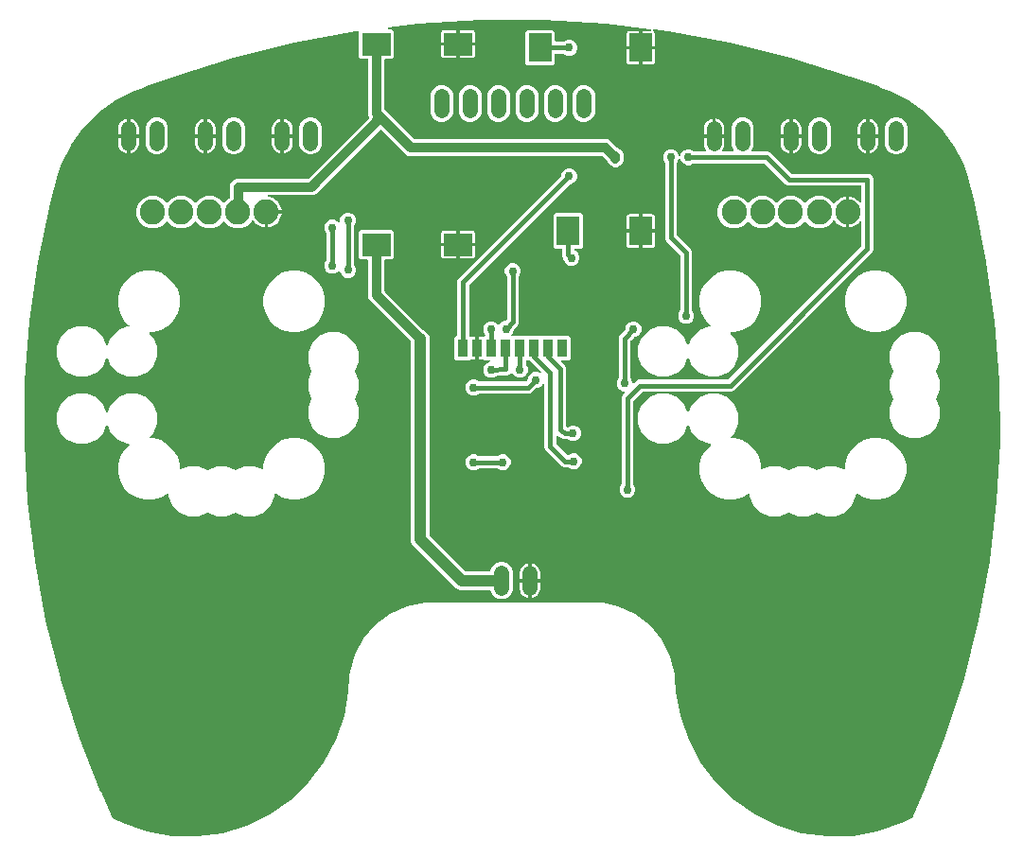
<source format=gbl>
G04 EAGLE Gerber X2 export*
%TF.Part,Single*%
%TF.FileFunction,Copper,L2,Bot,Mixed*%
%TF.FilePolarity,Positive*%
%TF.GenerationSoftware,Autodesk,EAGLE,9.0.1*%
%TF.CreationDate,2018-06-02T06:47:05Z*%
G75*
%MOMM*%
%FSLAX34Y34*%
%LPD*%
%AMOC8*
5,1,8,0,0,1.08239X$1,22.5*%
G01*
%ADD10C,1.320800*%
%ADD11C,2.250000*%
%ADD12R,0.900000X1.500000*%
%ADD13R,2.000000X2.500000*%
%ADD14R,2.500000X2.000000*%
%ADD15C,1.016000*%
%ADD16C,0.812800*%
%ADD17C,0.756400*%
%ADD18C,0.406400*%

G36*
X804390Y196396D02*
X804390Y196396D01*
X804423Y196402D01*
X804510Y196408D01*
X826734Y200421D01*
X826765Y200432D01*
X826850Y200451D01*
X848171Y207901D01*
X848197Y207915D01*
X848254Y207935D01*
X857231Y212320D01*
X857277Y212352D01*
X857328Y212376D01*
X857377Y212423D01*
X857432Y212462D01*
X857465Y212508D01*
X857506Y212547D01*
X857559Y212636D01*
X857577Y212661D01*
X857581Y212673D01*
X857591Y212691D01*
X868072Y235929D01*
X868076Y235943D01*
X868086Y235963D01*
X887805Y285990D01*
X887809Y286008D01*
X887821Y286036D01*
X904283Y337227D01*
X904286Y337245D01*
X904297Y337274D01*
X917434Y389417D01*
X917435Y389435D01*
X917444Y389464D01*
X927202Y442344D01*
X927203Y442363D01*
X927210Y442393D01*
X933548Y495790D01*
X933548Y495809D01*
X933553Y495839D01*
X936446Y549534D01*
X936444Y549552D01*
X936447Y549583D01*
X935883Y603352D01*
X935880Y603370D01*
X935881Y603401D01*
X931861Y657023D01*
X931857Y657041D01*
X931856Y657072D01*
X924398Y710325D01*
X924392Y710342D01*
X924390Y710373D01*
X913524Y763036D01*
X913519Y763049D01*
X913515Y763072D01*
X906851Y788986D01*
X906840Y789012D01*
X906826Y789065D01*
X903522Y797834D01*
X903507Y797859D01*
X903486Y797914D01*
X894819Y814713D01*
X894800Y814739D01*
X894757Y814813D01*
X883608Y830077D01*
X883585Y830100D01*
X883532Y830166D01*
X870166Y843532D01*
X870139Y843551D01*
X870077Y843608D01*
X854813Y854757D01*
X854783Y854772D01*
X854713Y854819D01*
X837914Y863486D01*
X837886Y863495D01*
X837834Y863522D01*
X830410Y866319D01*
X830370Y866327D01*
X828905Y866883D01*
X828894Y866885D01*
X828876Y866893D01*
X827538Y867339D01*
X827500Y867374D01*
X827451Y867398D01*
X827427Y867415D01*
X827400Y867423D01*
X827350Y867448D01*
X802502Y876446D01*
X802489Y876448D01*
X802470Y876457D01*
X749035Y893110D01*
X749018Y893112D01*
X748991Y893122D01*
X694648Y906519D01*
X694631Y906520D01*
X694603Y906528D01*
X639551Y916619D01*
X639533Y916619D01*
X639505Y916625D01*
X626611Y918191D01*
X626517Y918187D01*
X626424Y918191D01*
X626395Y918182D01*
X626365Y918181D01*
X626278Y918148D01*
X626188Y918121D01*
X626164Y918104D01*
X626136Y918093D01*
X626063Y918034D01*
X625987Y917980D01*
X625969Y917956D01*
X625946Y917937D01*
X625897Y917857D01*
X625841Y917782D01*
X625832Y917753D01*
X625816Y917728D01*
X625795Y917637D01*
X625766Y917547D01*
X625767Y917517D01*
X625760Y917488D01*
X625768Y917395D01*
X625770Y917301D01*
X625780Y917273D01*
X625783Y917243D01*
X625821Y917158D01*
X625852Y917069D01*
X625870Y917046D01*
X625882Y917018D01*
X625946Y916949D01*
X626003Y916876D01*
X626034Y916853D01*
X626049Y916837D01*
X626077Y916821D01*
X626139Y916776D01*
X626560Y916533D01*
X627033Y916060D01*
X627368Y915481D01*
X627541Y914834D01*
X627541Y903523D01*
X616523Y903523D01*
X616523Y917041D01*
X623503Y917041D01*
X623580Y917053D01*
X623657Y917056D01*
X623700Y917073D01*
X623746Y917080D01*
X623814Y917117D01*
X623887Y917144D01*
X623922Y917174D01*
X623963Y917196D01*
X624016Y917252D01*
X624076Y917301D01*
X624101Y917340D01*
X624132Y917374D01*
X624165Y917444D01*
X624206Y917510D01*
X624217Y917555D01*
X624236Y917597D01*
X624245Y917674D01*
X624262Y917750D01*
X624258Y917796D01*
X624263Y917841D01*
X624247Y917917D01*
X624239Y917994D01*
X624221Y918037D01*
X624211Y918082D01*
X624171Y918148D01*
X624140Y918219D01*
X624108Y918253D01*
X624085Y918293D01*
X624026Y918343D01*
X623973Y918400D01*
X623933Y918423D01*
X623898Y918453D01*
X623826Y918482D01*
X623758Y918519D01*
X623698Y918533D01*
X623670Y918545D01*
X623632Y918549D01*
X623595Y918558D01*
X583944Y923373D01*
X583927Y923372D01*
X583898Y923377D01*
X528031Y926757D01*
X528013Y926755D01*
X527985Y926758D01*
X472015Y926758D01*
X471998Y926755D01*
X471969Y926757D01*
X416102Y923377D01*
X416085Y923373D01*
X416056Y923373D01*
X389268Y920120D01*
X389193Y920098D01*
X389117Y920085D01*
X389076Y920064D01*
X389032Y920051D01*
X388968Y920007D01*
X388899Y919970D01*
X388868Y919937D01*
X388830Y919911D01*
X388783Y919848D01*
X388730Y919792D01*
X388710Y919750D01*
X388683Y919713D01*
X388659Y919639D01*
X388626Y919569D01*
X388621Y919523D01*
X388607Y919479D01*
X388608Y919401D01*
X388599Y919325D01*
X388609Y919279D01*
X388610Y919233D01*
X388635Y919160D01*
X388651Y919084D01*
X388675Y919044D01*
X388690Y919001D01*
X388738Y918940D01*
X388778Y918873D01*
X388813Y918843D01*
X388841Y918806D01*
X388906Y918764D01*
X388965Y918713D01*
X389008Y918696D01*
X389046Y918670D01*
X389121Y918650D01*
X389193Y918621D01*
X389254Y918614D01*
X389283Y918607D01*
X389321Y918607D01*
X389359Y918603D01*
X392368Y918603D01*
X394303Y916668D01*
X394303Y893932D01*
X392368Y891997D01*
X386628Y891997D01*
X386608Y891994D01*
X386589Y891996D01*
X386487Y891974D01*
X386385Y891958D01*
X386368Y891948D01*
X386348Y891944D01*
X386259Y891891D01*
X386168Y891842D01*
X386154Y891828D01*
X386137Y891818D01*
X386070Y891739D01*
X385998Y891664D01*
X385990Y891646D01*
X385977Y891631D01*
X385938Y891535D01*
X385895Y891441D01*
X385893Y891421D01*
X385885Y891403D01*
X385867Y891236D01*
X385867Y846742D01*
X385881Y846652D01*
X385889Y846561D01*
X385901Y846531D01*
X385906Y846499D01*
X385949Y846418D01*
X385985Y846334D01*
X386011Y846302D01*
X386022Y846282D01*
X386045Y846259D01*
X386090Y846203D01*
X388852Y843441D01*
X412203Y820090D01*
X412277Y820037D01*
X412347Y819977D01*
X412377Y819965D01*
X412403Y819946D01*
X412490Y819919D01*
X412575Y819885D01*
X412616Y819881D01*
X412638Y819874D01*
X412670Y819875D01*
X412742Y819867D01*
X584965Y819867D01*
X587673Y818745D01*
X594005Y812413D01*
X594058Y812375D01*
X594105Y812329D01*
X594178Y812289D01*
X594205Y812269D01*
X594223Y812264D01*
X594252Y812248D01*
X596673Y811245D01*
X598745Y809173D01*
X599867Y806465D01*
X599867Y801035D01*
X598745Y798327D01*
X596673Y796255D01*
X593965Y795133D01*
X591035Y795133D01*
X588327Y796255D01*
X586255Y798327D01*
X585606Y799894D01*
X585571Y799950D01*
X585545Y800010D01*
X585494Y800075D01*
X585476Y800103D01*
X585461Y800116D01*
X585441Y800141D01*
X580672Y804910D01*
X580598Y804963D01*
X580528Y805023D01*
X580498Y805035D01*
X580472Y805054D01*
X580385Y805081D01*
X580300Y805115D01*
X580259Y805119D01*
X580237Y805126D01*
X580205Y805125D01*
X580133Y805133D01*
X407910Y805133D01*
X405202Y806255D01*
X403023Y808434D01*
X383038Y828419D01*
X383022Y828430D01*
X383010Y828446D01*
X382922Y828502D01*
X382839Y828562D01*
X382820Y828568D01*
X382803Y828579D01*
X382702Y828604D01*
X382603Y828634D01*
X382584Y828634D01*
X382564Y828639D01*
X382461Y828631D01*
X382358Y828628D01*
X382339Y828621D01*
X382319Y828620D01*
X382224Y828579D01*
X382127Y828544D01*
X382111Y828531D01*
X382093Y828523D01*
X381962Y828419D01*
X326977Y773434D01*
X324798Y771255D01*
X322090Y770133D01*
X282281Y770133D01*
X282218Y770123D01*
X282154Y770123D01*
X282098Y770103D01*
X282039Y770094D01*
X281982Y770064D01*
X281922Y770043D01*
X281874Y770006D01*
X281821Y769978D01*
X281777Y769932D01*
X281727Y769893D01*
X281693Y769844D01*
X281652Y769800D01*
X281625Y769742D01*
X281589Y769689D01*
X281574Y769631D01*
X281548Y769577D01*
X281541Y769514D01*
X281524Y769452D01*
X281528Y769392D01*
X281521Y769333D01*
X281535Y769270D01*
X281538Y769206D01*
X281561Y769151D01*
X281573Y769092D01*
X281606Y769037D01*
X281630Y768978D01*
X281669Y768933D01*
X281700Y768881D01*
X281748Y768840D01*
X281790Y768791D01*
X281841Y768760D01*
X281887Y768721D01*
X281946Y768697D01*
X282001Y768664D01*
X282084Y768642D01*
X282115Y768629D01*
X282139Y768627D01*
X282162Y768620D01*
X283229Y768451D01*
X285294Y767780D01*
X287228Y766795D01*
X288984Y765519D01*
X290519Y763984D01*
X291795Y762228D01*
X292780Y760294D01*
X293451Y758229D01*
X293721Y756523D01*
X280762Y756523D01*
X280742Y756520D01*
X280723Y756522D01*
X280621Y756500D01*
X280519Y756483D01*
X280502Y756474D01*
X280482Y756470D01*
X280393Y756417D01*
X280302Y756368D01*
X280288Y756354D01*
X280271Y756344D01*
X280204Y756265D01*
X280133Y756190D01*
X280124Y756172D01*
X280111Y756157D01*
X280073Y756061D01*
X280029Y755967D01*
X280027Y755947D01*
X280019Y755929D01*
X280001Y755762D01*
X280001Y754999D01*
X279238Y754999D01*
X279218Y754996D01*
X279199Y754998D01*
X279097Y754976D01*
X278995Y754959D01*
X278978Y754950D01*
X278958Y754946D01*
X278869Y754893D01*
X278778Y754844D01*
X278764Y754830D01*
X278747Y754820D01*
X278680Y754741D01*
X278609Y754666D01*
X278600Y754648D01*
X278587Y754633D01*
X278548Y754537D01*
X278505Y754443D01*
X278503Y754423D01*
X278495Y754405D01*
X278477Y754238D01*
X278477Y741279D01*
X276771Y741549D01*
X274706Y742220D01*
X272772Y743205D01*
X271016Y744481D01*
X269481Y746016D01*
X268464Y747415D01*
X268390Y747489D01*
X268319Y747567D01*
X268303Y747575D01*
X268290Y747588D01*
X268195Y747634D01*
X268103Y747685D01*
X268085Y747688D01*
X268069Y747696D01*
X267965Y747710D01*
X267861Y747729D01*
X267843Y747726D01*
X267825Y747729D01*
X267722Y747708D01*
X267618Y747693D01*
X267601Y747685D01*
X267584Y747681D01*
X267492Y747629D01*
X267398Y747581D01*
X267386Y747569D01*
X267370Y747559D01*
X267300Y747481D01*
X267226Y747406D01*
X267215Y747386D01*
X267206Y747376D01*
X267194Y747347D01*
X267145Y747259D01*
X266937Y746757D01*
X262843Y742663D01*
X257495Y740447D01*
X251705Y740447D01*
X246357Y742663D01*
X242388Y746631D01*
X242372Y746643D01*
X242360Y746658D01*
X242272Y746714D01*
X242189Y746775D01*
X242170Y746780D01*
X242153Y746791D01*
X242052Y746817D01*
X241953Y746847D01*
X241934Y746846D01*
X241914Y746851D01*
X241811Y746843D01*
X241708Y746841D01*
X241689Y746834D01*
X241669Y746832D01*
X241574Y746792D01*
X241477Y746756D01*
X241461Y746744D01*
X241443Y746736D01*
X241312Y746631D01*
X237343Y742663D01*
X231995Y740447D01*
X226205Y740447D01*
X220857Y742663D01*
X216988Y746531D01*
X216972Y746543D01*
X216960Y746558D01*
X216872Y746614D01*
X216789Y746675D01*
X216770Y746680D01*
X216753Y746691D01*
X216652Y746717D01*
X216553Y746747D01*
X216534Y746746D01*
X216514Y746751D01*
X216411Y746743D01*
X216308Y746741D01*
X216289Y746734D01*
X216269Y746732D01*
X216174Y746692D01*
X216077Y746656D01*
X216061Y746644D01*
X216043Y746636D01*
X215912Y746531D01*
X212043Y742663D01*
X206695Y740447D01*
X200905Y740447D01*
X195557Y742663D01*
X191638Y746581D01*
X191622Y746593D01*
X191610Y746608D01*
X191522Y746664D01*
X191439Y746725D01*
X191420Y746730D01*
X191403Y746741D01*
X191302Y746767D01*
X191203Y746797D01*
X191184Y746796D01*
X191164Y746801D01*
X191061Y746793D01*
X190958Y746791D01*
X190939Y746784D01*
X190919Y746782D01*
X190824Y746742D01*
X190727Y746706D01*
X190711Y746694D01*
X190693Y746686D01*
X190562Y746581D01*
X186643Y742663D01*
X181295Y740447D01*
X175505Y740447D01*
X170157Y742663D01*
X166063Y746757D01*
X163847Y752105D01*
X163847Y757895D01*
X166063Y763243D01*
X170157Y767337D01*
X175505Y769553D01*
X181295Y769553D01*
X186643Y767337D01*
X190562Y763419D01*
X190578Y763407D01*
X190590Y763392D01*
X190678Y763336D01*
X190761Y763275D01*
X190780Y763270D01*
X190797Y763259D01*
X190898Y763233D01*
X190997Y763203D01*
X191016Y763204D01*
X191036Y763199D01*
X191139Y763207D01*
X191242Y763209D01*
X191261Y763216D01*
X191281Y763218D01*
X191376Y763258D01*
X191473Y763294D01*
X191489Y763306D01*
X191507Y763314D01*
X191638Y763419D01*
X195557Y767337D01*
X200905Y769553D01*
X206695Y769553D01*
X212043Y767337D01*
X215912Y763469D01*
X215928Y763457D01*
X215940Y763442D01*
X216028Y763386D01*
X216111Y763325D01*
X216130Y763320D01*
X216147Y763309D01*
X216248Y763283D01*
X216347Y763253D01*
X216366Y763254D01*
X216386Y763249D01*
X216489Y763257D01*
X216592Y763259D01*
X216611Y763266D01*
X216631Y763268D01*
X216726Y763308D01*
X216823Y763344D01*
X216839Y763356D01*
X216857Y763364D01*
X216988Y763469D01*
X220857Y767337D01*
X226205Y769553D01*
X231995Y769553D01*
X237343Y767337D01*
X241312Y763369D01*
X241328Y763357D01*
X241340Y763342D01*
X241428Y763286D01*
X241511Y763225D01*
X241530Y763220D01*
X241547Y763209D01*
X241648Y763183D01*
X241747Y763153D01*
X241766Y763154D01*
X241786Y763149D01*
X241889Y763157D01*
X241992Y763159D01*
X242011Y763166D01*
X242031Y763168D01*
X242126Y763208D01*
X242223Y763244D01*
X242239Y763256D01*
X242257Y763264D01*
X242388Y763369D01*
X246357Y767337D01*
X247163Y767671D01*
X247263Y767733D01*
X247302Y767756D01*
X247332Y767772D01*
X247337Y767777D01*
X247363Y767793D01*
X247367Y767798D01*
X247372Y767801D01*
X247447Y767891D01*
X247466Y767914D01*
X247502Y767951D01*
X247506Y767960D01*
X247523Y767980D01*
X247525Y767986D01*
X247529Y767990D01*
X247571Y768099D01*
X247574Y768107D01*
X247605Y768174D01*
X247607Y768188D01*
X247615Y768208D01*
X247616Y768216D01*
X247617Y768220D01*
X247618Y768238D01*
X247633Y768375D01*
X247633Y778965D01*
X248755Y781673D01*
X250827Y783745D01*
X253535Y784867D01*
X317258Y784867D01*
X317348Y784881D01*
X317439Y784889D01*
X317469Y784901D01*
X317501Y784906D01*
X317582Y784949D01*
X317666Y784985D01*
X317698Y785011D01*
X317718Y785022D01*
X317741Y785045D01*
X317797Y785090D01*
X371794Y839087D01*
X371861Y839181D01*
X371932Y839276D01*
X371934Y839282D01*
X371937Y839287D01*
X371971Y839398D01*
X372008Y839509D01*
X372008Y839516D01*
X372010Y839522D01*
X372007Y839639D01*
X372006Y839755D01*
X372003Y839763D01*
X372003Y839768D01*
X371997Y839785D01*
X371959Y839917D01*
X371133Y841910D01*
X371133Y891236D01*
X371130Y891256D01*
X371132Y891275D01*
X371110Y891377D01*
X371094Y891479D01*
X371084Y891496D01*
X371080Y891516D01*
X371027Y891605D01*
X370978Y891696D01*
X370964Y891710D01*
X370954Y891727D01*
X370875Y891794D01*
X370800Y891866D01*
X370782Y891874D01*
X370767Y891887D01*
X370671Y891926D01*
X370577Y891969D01*
X370557Y891971D01*
X370539Y891979D01*
X370372Y891997D01*
X364632Y891997D01*
X362697Y893932D01*
X362697Y916034D01*
X362687Y916099D01*
X362686Y916164D01*
X362667Y916219D01*
X362658Y916276D01*
X362627Y916335D01*
X362605Y916397D01*
X362570Y916443D01*
X362542Y916494D01*
X362495Y916539D01*
X362454Y916591D01*
X362406Y916623D01*
X362364Y916663D01*
X362304Y916691D01*
X362250Y916727D01*
X362194Y916742D01*
X362141Y916767D01*
X362076Y916774D01*
X362012Y916791D01*
X361929Y916790D01*
X361897Y916794D01*
X361877Y916790D01*
X361844Y916789D01*
X360495Y916625D01*
X360478Y916621D01*
X360449Y916619D01*
X305397Y906528D01*
X305380Y906522D01*
X305352Y906519D01*
X251009Y893122D01*
X250993Y893116D01*
X250965Y893110D01*
X197530Y876457D01*
X197518Y876451D01*
X197498Y876446D01*
X172650Y867448D01*
X172579Y867408D01*
X172504Y867376D01*
X172472Y867348D01*
X172448Y867335D01*
X171124Y866893D01*
X171113Y866888D01*
X171095Y866883D01*
X169648Y866334D01*
X169590Y866319D01*
X162166Y863522D01*
X162141Y863507D01*
X162086Y863486D01*
X145287Y854819D01*
X145261Y854800D01*
X145187Y854757D01*
X129923Y843608D01*
X129906Y843591D01*
X129900Y843588D01*
X129897Y843585D01*
X129881Y843575D01*
X129866Y843558D01*
X129834Y843532D01*
X116468Y830166D01*
X116449Y830139D01*
X116392Y830077D01*
X105243Y814813D01*
X105228Y814783D01*
X105181Y814713D01*
X96514Y797914D01*
X96505Y797886D01*
X96478Y797834D01*
X93174Y789065D01*
X93168Y789037D01*
X93149Y788986D01*
X86490Y763072D01*
X86489Y763058D01*
X86482Y763036D01*
X75625Y710372D01*
X75624Y710354D01*
X75616Y710324D01*
X68165Y657071D01*
X68165Y657053D01*
X68160Y657023D01*
X64145Y603401D01*
X64147Y603383D01*
X64143Y603352D01*
X63582Y549584D01*
X63585Y549566D01*
X63583Y549535D01*
X66477Y495842D01*
X66481Y495823D01*
X66481Y495815D01*
X66481Y495812D01*
X66481Y495810D01*
X66481Y495793D01*
X72819Y442396D01*
X72824Y442378D01*
X72826Y442348D01*
X82581Y389469D01*
X82588Y389451D01*
X82592Y389421D01*
X95724Y337278D01*
X95731Y337261D01*
X95738Y337231D01*
X112193Y286039D01*
X112201Y286023D01*
X112209Y285993D01*
X131919Y235964D01*
X131926Y235952D01*
X131933Y235930D01*
X142409Y212691D01*
X142440Y212644D01*
X142463Y212592D01*
X142508Y212542D01*
X142545Y212486D01*
X142590Y212451D01*
X142627Y212409D01*
X142715Y212354D01*
X142739Y212335D01*
X142752Y212331D01*
X142769Y212320D01*
X151746Y207935D01*
X151775Y207927D01*
X151829Y207901D01*
X173150Y200451D01*
X173182Y200445D01*
X173265Y200421D01*
X195490Y196408D01*
X195523Y196407D01*
X195610Y196396D01*
X218189Y195919D01*
X218222Y195924D01*
X218309Y195926D01*
X240683Y198997D01*
X240715Y199007D01*
X240800Y199023D01*
X262416Y205566D01*
X262446Y205580D01*
X262527Y205609D01*
X282849Y215462D01*
X282876Y215481D01*
X282953Y215523D01*
X301477Y228442D01*
X301501Y228465D01*
X301570Y228518D01*
X317838Y244183D01*
X317858Y244209D01*
X317917Y244272D01*
X331527Y262295D01*
X331543Y262325D01*
X331592Y262396D01*
X342205Y282331D01*
X342216Y282362D01*
X342253Y282441D01*
X349609Y303794D01*
X349611Y303806D01*
X349613Y303811D01*
X349615Y303830D01*
X349639Y303910D01*
X353553Y326153D01*
X353553Y326183D01*
X353563Y326242D01*
X354197Y337525D01*
X354195Y337537D01*
X354198Y337555D01*
X354221Y338923D01*
X354273Y338973D01*
X354315Y339031D01*
X354365Y339081D01*
X354388Y339128D01*
X354420Y339171D01*
X354442Y339238D01*
X354473Y339302D01*
X354486Y339374D01*
X354496Y339405D01*
X354496Y339428D01*
X354503Y339467D01*
X354778Y343384D01*
X359369Y359072D01*
X367195Y373423D01*
X377897Y385778D01*
X390984Y395571D01*
X405856Y402353D01*
X421831Y405813D01*
X430003Y405803D01*
X430004Y405803D01*
X570018Y405803D01*
X570019Y405803D01*
X578353Y405805D01*
X580707Y405281D01*
X584124Y404520D01*
X584125Y404520D01*
X587542Y403759D01*
X590959Y402997D01*
X590960Y402997D01*
X594377Y402236D01*
X594662Y402173D01*
X609789Y395076D01*
X623008Y384857D01*
X633685Y372004D01*
X641308Y357136D01*
X645510Y340964D01*
X645564Y339428D01*
X645580Y339346D01*
X645588Y339261D01*
X645604Y339226D01*
X645612Y339187D01*
X645654Y339114D01*
X645688Y339037D01*
X645721Y338998D01*
X645734Y338974D01*
X645757Y338954D01*
X645779Y338927D01*
X645802Y337555D01*
X645804Y337544D01*
X645803Y337525D01*
X646437Y326242D01*
X646443Y326213D01*
X646447Y326153D01*
X650361Y303910D01*
X650372Y303879D01*
X650391Y303794D01*
X657747Y282441D01*
X657752Y282431D01*
X657754Y282422D01*
X657767Y282400D01*
X657795Y282331D01*
X668408Y262396D01*
X668428Y262370D01*
X668473Y262295D01*
X682083Y244272D01*
X682106Y244250D01*
X682162Y244183D01*
X698430Y228518D01*
X698458Y228499D01*
X698523Y228442D01*
X717047Y215523D01*
X717077Y215509D01*
X717151Y215462D01*
X737473Y205609D01*
X737504Y205600D01*
X737584Y205566D01*
X759200Y199023D01*
X759233Y199018D01*
X759317Y198997D01*
X781691Y195926D01*
X781724Y195927D01*
X781811Y195919D01*
X804390Y196396D01*
G37*
%LPC*%
G36*
X601591Y499415D02*
X601591Y499415D01*
X598987Y500494D01*
X596994Y502487D01*
X595915Y505091D01*
X595915Y507909D01*
X596994Y510513D01*
X597442Y510962D01*
X597495Y511036D01*
X597555Y511105D01*
X597567Y511135D01*
X597586Y511161D01*
X597613Y511248D01*
X597647Y511333D01*
X597651Y511374D01*
X597658Y511396D01*
X597657Y511429D01*
X597665Y511500D01*
X597665Y589061D01*
X598477Y591022D01*
X600085Y592629D01*
X600085Y592630D01*
X600571Y593116D01*
X600613Y593174D01*
X600663Y593226D01*
X600684Y593273D01*
X600715Y593315D01*
X600736Y593384D01*
X600766Y593449D01*
X600772Y593501D01*
X600787Y593551D01*
X600785Y593622D01*
X600793Y593693D01*
X600782Y593744D01*
X600781Y593796D01*
X600756Y593864D01*
X600741Y593934D01*
X600714Y593979D01*
X600696Y594027D01*
X600652Y594083D01*
X600615Y594145D01*
X600575Y594179D01*
X600543Y594219D01*
X600482Y594258D01*
X600428Y594305D01*
X600380Y594324D01*
X600336Y594352D01*
X600266Y594370D01*
X600200Y594397D01*
X600128Y594405D01*
X600097Y594413D01*
X600074Y594411D01*
X600033Y594415D01*
X599091Y594415D01*
X596487Y595494D01*
X594494Y597487D01*
X593415Y600091D01*
X593415Y602909D01*
X594494Y605513D01*
X594942Y605962D01*
X594995Y606036D01*
X595055Y606105D01*
X595067Y606135D01*
X595086Y606161D01*
X595113Y606248D01*
X595147Y606333D01*
X595151Y606374D01*
X595158Y606396D01*
X595157Y606429D01*
X595165Y606500D01*
X595165Y643061D01*
X595977Y645022D01*
X601192Y650237D01*
X601245Y650311D01*
X601305Y650380D01*
X601317Y650410D01*
X601336Y650437D01*
X601363Y650523D01*
X601397Y650608D01*
X601401Y650649D01*
X601408Y650672D01*
X601407Y650704D01*
X601415Y650775D01*
X601415Y651409D01*
X602494Y654013D01*
X604487Y656006D01*
X607091Y657085D01*
X609909Y657085D01*
X612513Y656006D01*
X614506Y654013D01*
X615585Y651409D01*
X615585Y648591D01*
X614506Y645987D01*
X612513Y643994D01*
X609909Y642915D01*
X609275Y642915D01*
X609185Y642901D01*
X609094Y642893D01*
X609064Y642881D01*
X609032Y642876D01*
X608952Y642833D01*
X608868Y642797D01*
X608836Y642771D01*
X608815Y642760D01*
X608793Y642737D01*
X608737Y642692D01*
X606058Y640013D01*
X606005Y639939D01*
X605945Y639870D01*
X605933Y639840D01*
X605914Y639813D01*
X605887Y639727D01*
X605853Y639642D01*
X605849Y639601D01*
X605842Y639578D01*
X605843Y639546D01*
X605835Y639475D01*
X605835Y606500D01*
X605849Y606410D01*
X605857Y606319D01*
X605869Y606289D01*
X605874Y606257D01*
X605917Y606176D01*
X605953Y606093D01*
X605979Y606060D01*
X605990Y606040D01*
X606013Y606018D01*
X606058Y605962D01*
X606506Y605513D01*
X607585Y602909D01*
X607585Y601967D01*
X607596Y601896D01*
X607598Y601825D01*
X607616Y601776D01*
X607624Y601724D01*
X607658Y601661D01*
X607683Y601594D01*
X607715Y601553D01*
X607740Y601507D01*
X607792Y601458D01*
X607836Y601402D01*
X607880Y601373D01*
X607918Y601337D01*
X607983Y601307D01*
X608043Y601269D01*
X608094Y601256D01*
X608141Y601234D01*
X608212Y601226D01*
X608282Y601208D01*
X608334Y601213D01*
X608385Y601207D01*
X608456Y601222D01*
X608527Y601228D01*
X608575Y601248D01*
X608626Y601259D01*
X608687Y601296D01*
X608753Y601324D01*
X608809Y601369D01*
X608837Y601385D01*
X608852Y601403D01*
X608884Y601429D01*
X611478Y604023D01*
X613439Y604835D01*
X692475Y604835D01*
X692565Y604849D01*
X692656Y604857D01*
X692686Y604869D01*
X692718Y604874D01*
X692798Y604917D01*
X692882Y604953D01*
X692914Y604979D01*
X692935Y604990D01*
X692957Y605013D01*
X693013Y605058D01*
X811942Y723987D01*
X811995Y724061D01*
X812055Y724130D01*
X812067Y724160D01*
X812086Y724187D01*
X812113Y724273D01*
X812147Y724358D01*
X812151Y724399D01*
X812158Y724422D01*
X812157Y724454D01*
X812165Y724525D01*
X812165Y745939D01*
X812164Y745947D01*
X812165Y745955D01*
X812144Y746069D01*
X812126Y746182D01*
X812122Y746189D01*
X812120Y746197D01*
X812064Y746298D01*
X812010Y746399D01*
X812005Y746405D01*
X812001Y746412D01*
X811916Y746489D01*
X811832Y746568D01*
X811825Y746572D01*
X811819Y746577D01*
X811714Y746624D01*
X811609Y746672D01*
X811601Y746673D01*
X811594Y746676D01*
X811479Y746687D01*
X811365Y746699D01*
X811357Y746698D01*
X811349Y746698D01*
X811236Y746671D01*
X811124Y746647D01*
X811117Y746643D01*
X811110Y746641D01*
X811012Y746580D01*
X810913Y746521D01*
X810908Y746515D01*
X810901Y746510D01*
X810788Y746386D01*
X810519Y746016D01*
X808984Y744481D01*
X807228Y743205D01*
X805294Y742220D01*
X803229Y741549D01*
X801523Y741279D01*
X801523Y754238D01*
X801520Y754258D01*
X801522Y754277D01*
X801500Y754378D01*
X801483Y754481D01*
X801474Y754498D01*
X801470Y754518D01*
X801417Y754607D01*
X801368Y754698D01*
X801354Y754712D01*
X801344Y754729D01*
X801265Y754796D01*
X801190Y754867D01*
X801172Y754876D01*
X801157Y754889D01*
X801061Y754927D01*
X800967Y754971D01*
X800947Y754973D01*
X800929Y754981D01*
X800762Y754999D01*
X799238Y754999D01*
X799218Y754996D01*
X799199Y754998D01*
X799097Y754976D01*
X798995Y754959D01*
X798978Y754950D01*
X798958Y754946D01*
X798869Y754893D01*
X798778Y754844D01*
X798764Y754830D01*
X798747Y754820D01*
X798680Y754741D01*
X798609Y754666D01*
X798600Y754648D01*
X798587Y754633D01*
X798548Y754537D01*
X798505Y754443D01*
X798503Y754423D01*
X798495Y754405D01*
X798477Y754238D01*
X798477Y741279D01*
X796771Y741549D01*
X794706Y742220D01*
X792772Y743205D01*
X791016Y744481D01*
X789481Y746016D01*
X788464Y747415D01*
X788390Y747489D01*
X788319Y747567D01*
X788303Y747575D01*
X788290Y747588D01*
X788195Y747634D01*
X788103Y747685D01*
X788085Y747688D01*
X788069Y747696D01*
X787965Y747710D01*
X787861Y747729D01*
X787843Y747726D01*
X787825Y747729D01*
X787722Y747708D01*
X787618Y747693D01*
X787601Y747685D01*
X787584Y747681D01*
X787492Y747629D01*
X787398Y747581D01*
X787386Y747569D01*
X787370Y747559D01*
X787300Y747481D01*
X787226Y747406D01*
X787215Y747386D01*
X787206Y747376D01*
X787194Y747347D01*
X787145Y747259D01*
X786937Y746757D01*
X782843Y742663D01*
X777495Y740447D01*
X771705Y740447D01*
X766357Y742663D01*
X762388Y746631D01*
X762372Y746643D01*
X762360Y746658D01*
X762272Y746714D01*
X762189Y746775D01*
X762170Y746780D01*
X762153Y746791D01*
X762052Y746817D01*
X761953Y746847D01*
X761934Y746846D01*
X761914Y746851D01*
X761811Y746843D01*
X761708Y746841D01*
X761689Y746834D01*
X761669Y746832D01*
X761574Y746792D01*
X761477Y746756D01*
X761461Y746744D01*
X761443Y746736D01*
X761312Y746631D01*
X757343Y742663D01*
X751995Y740447D01*
X746205Y740447D01*
X740857Y742663D01*
X736988Y746531D01*
X736972Y746543D01*
X736960Y746558D01*
X736872Y746614D01*
X736789Y746675D01*
X736770Y746680D01*
X736753Y746691D01*
X736652Y746717D01*
X736553Y746747D01*
X736534Y746746D01*
X736514Y746751D01*
X736411Y746743D01*
X736308Y746741D01*
X736289Y746734D01*
X736269Y746732D01*
X736174Y746692D01*
X736077Y746656D01*
X736061Y746644D01*
X736043Y746636D01*
X735912Y746531D01*
X732043Y742663D01*
X726695Y740447D01*
X720905Y740447D01*
X715557Y742663D01*
X711638Y746581D01*
X711622Y746593D01*
X711610Y746608D01*
X711522Y746664D01*
X711439Y746725D01*
X711420Y746730D01*
X711403Y746741D01*
X711302Y746767D01*
X711203Y746797D01*
X711184Y746796D01*
X711164Y746801D01*
X711061Y746793D01*
X710958Y746791D01*
X710939Y746784D01*
X710919Y746782D01*
X710824Y746742D01*
X710727Y746706D01*
X710711Y746694D01*
X710693Y746686D01*
X710562Y746581D01*
X706643Y742663D01*
X701295Y740447D01*
X695505Y740447D01*
X690157Y742663D01*
X686063Y746757D01*
X683847Y752105D01*
X683847Y757895D01*
X686063Y763243D01*
X690157Y767337D01*
X695505Y769553D01*
X701295Y769553D01*
X706643Y767337D01*
X710562Y763419D01*
X710578Y763407D01*
X710590Y763392D01*
X710678Y763336D01*
X710761Y763275D01*
X710780Y763270D01*
X710797Y763259D01*
X710898Y763233D01*
X710997Y763203D01*
X711016Y763204D01*
X711036Y763199D01*
X711139Y763207D01*
X711242Y763209D01*
X711261Y763216D01*
X711281Y763218D01*
X711376Y763258D01*
X711473Y763294D01*
X711489Y763306D01*
X711507Y763314D01*
X711638Y763419D01*
X715557Y767337D01*
X720905Y769553D01*
X726695Y769553D01*
X732043Y767337D01*
X735912Y763469D01*
X735928Y763457D01*
X735940Y763442D01*
X736028Y763386D01*
X736111Y763325D01*
X736130Y763320D01*
X736147Y763309D01*
X736248Y763283D01*
X736347Y763253D01*
X736366Y763254D01*
X736386Y763249D01*
X736489Y763257D01*
X736592Y763259D01*
X736611Y763266D01*
X736631Y763268D01*
X736726Y763308D01*
X736823Y763344D01*
X736839Y763356D01*
X736857Y763364D01*
X736988Y763469D01*
X740857Y767337D01*
X746205Y769553D01*
X751995Y769553D01*
X757343Y767337D01*
X761312Y763369D01*
X761328Y763357D01*
X761340Y763342D01*
X761428Y763286D01*
X761511Y763225D01*
X761530Y763220D01*
X761547Y763209D01*
X761648Y763183D01*
X761747Y763153D01*
X761766Y763154D01*
X761786Y763149D01*
X761889Y763157D01*
X761992Y763159D01*
X762011Y763166D01*
X762031Y763168D01*
X762126Y763208D01*
X762223Y763244D01*
X762239Y763256D01*
X762257Y763264D01*
X762388Y763369D01*
X766357Y767337D01*
X771705Y769553D01*
X777495Y769553D01*
X782843Y767337D01*
X786937Y763243D01*
X787145Y762741D01*
X787201Y762652D01*
X787252Y762560D01*
X787265Y762547D01*
X787275Y762532D01*
X787356Y762465D01*
X787434Y762394D01*
X787450Y762387D01*
X787464Y762375D01*
X787563Y762337D01*
X787659Y762295D01*
X787677Y762294D01*
X787694Y762287D01*
X787799Y762283D01*
X787904Y762273D01*
X787922Y762277D01*
X787940Y762277D01*
X788041Y762306D01*
X788143Y762330D01*
X788159Y762340D01*
X788176Y762345D01*
X788262Y762405D01*
X788352Y762461D01*
X788367Y762477D01*
X788378Y762485D01*
X788397Y762511D01*
X788464Y762585D01*
X789481Y763984D01*
X791016Y765519D01*
X792772Y766795D01*
X794706Y767780D01*
X796771Y768451D01*
X798477Y768721D01*
X798477Y755762D01*
X798480Y755742D01*
X798478Y755723D01*
X798500Y755621D01*
X798517Y755519D01*
X798526Y755502D01*
X798530Y755482D01*
X798583Y755393D01*
X798632Y755302D01*
X798646Y755288D01*
X798656Y755271D01*
X798735Y755204D01*
X798810Y755133D01*
X798828Y755124D01*
X798843Y755111D01*
X798939Y755073D01*
X799033Y755029D01*
X799053Y755027D01*
X799071Y755019D01*
X799238Y755001D01*
X800762Y755001D01*
X800782Y755004D01*
X800801Y755002D01*
X800903Y755024D01*
X801005Y755041D01*
X801022Y755050D01*
X801042Y755054D01*
X801131Y755107D01*
X801222Y755156D01*
X801236Y755170D01*
X801253Y755180D01*
X801320Y755259D01*
X801391Y755334D01*
X801400Y755352D01*
X801413Y755367D01*
X801452Y755463D01*
X801495Y755557D01*
X801497Y755577D01*
X801505Y755595D01*
X801523Y755762D01*
X801523Y768721D01*
X803229Y768451D01*
X805294Y767780D01*
X807228Y766795D01*
X808984Y765519D01*
X810519Y763984D01*
X810788Y763614D01*
X810794Y763608D01*
X810798Y763601D01*
X810881Y763522D01*
X810963Y763441D01*
X810970Y763437D01*
X810976Y763432D01*
X811080Y763383D01*
X811184Y763332D01*
X811192Y763331D01*
X811199Y763328D01*
X811313Y763315D01*
X811428Y763300D01*
X811436Y763302D01*
X811443Y763301D01*
X811556Y763325D01*
X811669Y763347D01*
X811676Y763351D01*
X811684Y763353D01*
X811783Y763412D01*
X811883Y763469D01*
X811888Y763475D01*
X811895Y763479D01*
X811970Y763567D01*
X812047Y763653D01*
X812050Y763660D01*
X812055Y763666D01*
X812098Y763773D01*
X812143Y763879D01*
X812144Y763887D01*
X812147Y763894D01*
X812165Y764061D01*
X812165Y777904D01*
X812162Y777924D01*
X812164Y777943D01*
X812142Y778045D01*
X812126Y778147D01*
X812116Y778164D01*
X812112Y778184D01*
X812059Y778273D01*
X812010Y778364D01*
X811996Y778378D01*
X811986Y778395D01*
X811907Y778462D01*
X811832Y778534D01*
X811814Y778542D01*
X811799Y778555D01*
X811703Y778594D01*
X811609Y778637D01*
X811589Y778639D01*
X811571Y778647D01*
X811404Y778665D01*
X746439Y778665D01*
X744478Y779477D01*
X725513Y798442D01*
X725439Y798495D01*
X725370Y798555D01*
X725340Y798567D01*
X725313Y798586D01*
X725227Y798613D01*
X725142Y798647D01*
X725101Y798651D01*
X725078Y798658D01*
X725046Y798657D01*
X724975Y798665D01*
X662500Y798665D01*
X662410Y798651D01*
X662319Y798643D01*
X662289Y798631D01*
X662257Y798626D01*
X662176Y798583D01*
X662093Y798547D01*
X662060Y798521D01*
X662040Y798510D01*
X662018Y798487D01*
X661962Y798442D01*
X661513Y797994D01*
X658909Y796915D01*
X656091Y796915D01*
X653487Y797994D01*
X651494Y799987D01*
X650453Y802499D01*
X650415Y802560D01*
X650386Y802625D01*
X650351Y802664D01*
X650324Y802708D01*
X650268Y802754D01*
X650220Y802807D01*
X650174Y802832D01*
X650134Y802865D01*
X650067Y802891D01*
X650004Y802925D01*
X649953Y802934D01*
X649905Y802953D01*
X649833Y802956D01*
X649762Y802969D01*
X649711Y802961D01*
X649659Y802963D01*
X649590Y802943D01*
X649519Y802933D01*
X649473Y802909D01*
X649423Y802895D01*
X649364Y802854D01*
X649300Y802822D01*
X649263Y802784D01*
X649221Y802755D01*
X649178Y802697D01*
X649128Y802646D01*
X649093Y802583D01*
X649074Y802557D01*
X649067Y802535D01*
X649047Y802499D01*
X648006Y799987D01*
X647558Y799538D01*
X647505Y799464D01*
X647445Y799395D01*
X647433Y799365D01*
X647414Y799339D01*
X647387Y799252D01*
X647353Y799167D01*
X647349Y799126D01*
X647342Y799104D01*
X647343Y799071D01*
X647335Y799000D01*
X647335Y734525D01*
X647349Y734435D01*
X647357Y734344D01*
X647369Y734314D01*
X647374Y734282D01*
X647417Y734202D01*
X647453Y734118D01*
X647479Y734086D01*
X647490Y734065D01*
X647513Y734043D01*
X647558Y733987D01*
X660023Y721522D01*
X660835Y719561D01*
X660835Y667000D01*
X660849Y666910D01*
X660857Y666819D01*
X660869Y666789D01*
X660874Y666757D01*
X660917Y666676D01*
X660953Y666593D01*
X660979Y666560D01*
X660990Y666540D01*
X661013Y666518D01*
X661058Y666462D01*
X661506Y666013D01*
X662585Y663409D01*
X662585Y660591D01*
X661506Y657987D01*
X659513Y655994D01*
X656909Y654915D01*
X654091Y654915D01*
X651487Y655994D01*
X649494Y657987D01*
X648415Y660591D01*
X648415Y663409D01*
X649494Y666013D01*
X649942Y666462D01*
X649995Y666536D01*
X650055Y666605D01*
X650067Y666635D01*
X650086Y666661D01*
X650113Y666748D01*
X650147Y666833D01*
X650151Y666874D01*
X650158Y666896D01*
X650157Y666929D01*
X650165Y667000D01*
X650165Y715975D01*
X650151Y716065D01*
X650143Y716156D01*
X650131Y716186D01*
X650126Y716218D01*
X650083Y716298D01*
X650047Y716382D01*
X650021Y716414D01*
X650010Y716435D01*
X649987Y716457D01*
X649942Y716513D01*
X637477Y728978D01*
X636665Y730939D01*
X636665Y799000D01*
X636651Y799090D01*
X636643Y799181D01*
X636631Y799211D01*
X636626Y799243D01*
X636583Y799324D01*
X636547Y799407D01*
X636521Y799440D01*
X636510Y799460D01*
X636487Y799482D01*
X636442Y799538D01*
X635994Y799987D01*
X634915Y802591D01*
X634915Y805409D01*
X635994Y808013D01*
X637987Y810006D01*
X640591Y811085D01*
X643409Y811085D01*
X646013Y810006D01*
X648006Y808013D01*
X649047Y805501D01*
X649085Y805440D01*
X649114Y805375D01*
X649149Y805336D01*
X649176Y805292D01*
X649232Y805246D01*
X649280Y805193D01*
X649326Y805168D01*
X649366Y805135D01*
X649433Y805109D01*
X649496Y805075D01*
X649547Y805066D01*
X649595Y805047D01*
X649667Y805044D01*
X649738Y805031D01*
X649789Y805039D01*
X649841Y805037D01*
X649910Y805057D01*
X649981Y805067D01*
X650027Y805091D01*
X650077Y805105D01*
X650136Y805146D01*
X650200Y805178D01*
X650237Y805216D01*
X650279Y805245D01*
X650322Y805303D01*
X650372Y805354D01*
X650407Y805417D01*
X650426Y805443D01*
X650433Y805465D01*
X650453Y805501D01*
X651494Y808013D01*
X653487Y810006D01*
X656091Y811085D01*
X658909Y811085D01*
X661513Y810006D01*
X661962Y809558D01*
X662036Y809505D01*
X662105Y809445D01*
X662135Y809433D01*
X662161Y809414D01*
X662248Y809387D01*
X662333Y809353D01*
X662374Y809349D01*
X662396Y809342D01*
X662429Y809343D01*
X662500Y809335D01*
X672996Y809335D01*
X673113Y809354D01*
X673233Y809373D01*
X673235Y809374D01*
X673238Y809374D01*
X673344Y809430D01*
X673451Y809486D01*
X673453Y809488D01*
X673456Y809490D01*
X673538Y809576D01*
X673622Y809663D01*
X673623Y809666D01*
X673625Y809668D01*
X673675Y809776D01*
X673727Y809885D01*
X673728Y809888D01*
X673729Y809891D01*
X673742Y810009D01*
X673756Y810129D01*
X673756Y810132D01*
X673756Y810135D01*
X673731Y810252D01*
X673706Y810370D01*
X673704Y810373D01*
X673704Y810376D01*
X673698Y810385D01*
X673629Y810519D01*
X672596Y812064D01*
X671907Y813729D01*
X671555Y815495D01*
X671555Y821477D01*
X679938Y821477D01*
X679958Y821480D01*
X679977Y821478D01*
X680079Y821500D01*
X680181Y821517D01*
X680198Y821526D01*
X680218Y821530D01*
X680307Y821583D01*
X680398Y821632D01*
X680412Y821646D01*
X680429Y821656D01*
X680496Y821735D01*
X680567Y821810D01*
X680576Y821828D01*
X680589Y821843D01*
X680627Y821939D01*
X680671Y822033D01*
X680673Y822053D01*
X680681Y822071D01*
X680699Y822238D01*
X680699Y823001D01*
X680701Y823001D01*
X680701Y822238D01*
X680704Y822218D01*
X680702Y822199D01*
X680724Y822097D01*
X680741Y821995D01*
X680750Y821978D01*
X680754Y821958D01*
X680807Y821869D01*
X680856Y821778D01*
X680870Y821764D01*
X680880Y821747D01*
X680959Y821680D01*
X681034Y821609D01*
X681052Y821600D01*
X681067Y821587D01*
X681163Y821548D01*
X681257Y821505D01*
X681277Y821503D01*
X681295Y821495D01*
X681462Y821477D01*
X689845Y821477D01*
X689845Y815495D01*
X689493Y813729D01*
X688804Y812064D01*
X687771Y810519D01*
X687722Y810410D01*
X687671Y810301D01*
X687671Y810298D01*
X687669Y810295D01*
X687657Y810175D01*
X687644Y810057D01*
X687645Y810053D01*
X687644Y810050D01*
X687671Y809934D01*
X687696Y809816D01*
X687698Y809813D01*
X687699Y809810D01*
X687761Y809708D01*
X687822Y809605D01*
X687825Y809603D01*
X687826Y809600D01*
X687918Y809523D01*
X688009Y809445D01*
X688012Y809444D01*
X688015Y809442D01*
X688125Y809398D01*
X688238Y809353D01*
X688241Y809353D01*
X688244Y809352D01*
X688254Y809351D01*
X688404Y809335D01*
X697313Y809335D01*
X697384Y809346D01*
X697456Y809348D01*
X697505Y809366D01*
X697556Y809374D01*
X697619Y809408D01*
X697687Y809433D01*
X697727Y809465D01*
X697773Y809490D01*
X697823Y809541D01*
X697879Y809586D01*
X697907Y809630D01*
X697943Y809668D01*
X697973Y809733D01*
X698012Y809793D01*
X698024Y809844D01*
X698046Y809891D01*
X698054Y809962D01*
X698072Y810032D01*
X698068Y810084D01*
X698073Y810135D01*
X698058Y810206D01*
X698053Y810277D01*
X698032Y810325D01*
X698021Y810376D01*
X697984Y810437D01*
X697956Y810503D01*
X697911Y810559D01*
X697895Y810587D01*
X697877Y810602D01*
X697851Y810634D01*
X697701Y810784D01*
X696193Y814425D01*
X696193Y831575D01*
X697701Y835216D01*
X700488Y838003D01*
X704129Y839511D01*
X708071Y839511D01*
X711712Y838003D01*
X714499Y835216D01*
X716007Y831575D01*
X716007Y814425D01*
X714499Y810784D01*
X714349Y810634D01*
X714307Y810576D01*
X714257Y810524D01*
X714235Y810477D01*
X714205Y810435D01*
X714184Y810366D01*
X714154Y810301D01*
X714148Y810249D01*
X714133Y810199D01*
X714134Y810128D01*
X714127Y810057D01*
X714138Y810006D01*
X714139Y809954D01*
X714164Y809886D01*
X714179Y809816D01*
X714206Y809771D01*
X714223Y809723D01*
X714268Y809667D01*
X714305Y809605D01*
X714345Y809571D01*
X714377Y809531D01*
X714437Y809492D01*
X714492Y809445D01*
X714540Y809426D01*
X714584Y809398D01*
X714653Y809380D01*
X714720Y809353D01*
X714791Y809345D01*
X714822Y809337D01*
X714846Y809339D01*
X714887Y809335D01*
X728561Y809335D01*
X730522Y808523D01*
X749487Y789558D01*
X749561Y789505D01*
X749630Y789445D01*
X749660Y789433D01*
X749687Y789414D01*
X749773Y789387D01*
X749858Y789353D01*
X749899Y789349D01*
X749922Y789342D01*
X749954Y789343D01*
X750025Y789335D01*
X818561Y789335D01*
X820522Y788523D01*
X822023Y787022D01*
X822835Y785061D01*
X822835Y720939D01*
X822023Y718978D01*
X698022Y594977D01*
X696061Y594165D01*
X617025Y594165D01*
X616935Y594151D01*
X616844Y594143D01*
X616814Y594131D01*
X616782Y594126D01*
X616702Y594083D01*
X616618Y594047D01*
X616586Y594021D01*
X616565Y594010D01*
X616543Y593987D01*
X616487Y593942D01*
X608558Y586013D01*
X608505Y585939D01*
X608445Y585870D01*
X608433Y585840D01*
X608414Y585813D01*
X608387Y585727D01*
X608353Y585642D01*
X608349Y585601D01*
X608342Y585578D01*
X608343Y585546D01*
X608335Y585475D01*
X608335Y511500D01*
X608349Y511410D01*
X608357Y511319D01*
X608369Y511289D01*
X608374Y511257D01*
X608417Y511176D01*
X608453Y511093D01*
X608479Y511060D01*
X608490Y511040D01*
X608513Y511018D01*
X608558Y510962D01*
X609006Y510513D01*
X610085Y507909D01*
X610085Y505091D01*
X609006Y502487D01*
X607013Y500494D01*
X604409Y499415D01*
X601591Y499415D01*
G37*
%LPD*%
%LPC*%
G36*
X210516Y482459D02*
X210516Y482459D01*
X202232Y485891D01*
X195891Y492232D01*
X192459Y500516D01*
X192459Y501960D01*
X192457Y501972D01*
X192458Y501981D01*
X192449Y502024D01*
X192444Y502054D01*
X192435Y502149D01*
X192424Y502175D01*
X192420Y502203D01*
X192375Y502287D01*
X192337Y502375D01*
X192318Y502396D01*
X192304Y502420D01*
X192235Y502486D01*
X192171Y502557D01*
X192147Y502570D01*
X192126Y502590D01*
X192040Y502630D01*
X191956Y502676D01*
X191929Y502682D01*
X191903Y502693D01*
X191808Y502704D01*
X191715Y502721D01*
X191687Y502717D01*
X191659Y502721D01*
X191565Y502700D01*
X191471Y502687D01*
X191439Y502673D01*
X191418Y502668D01*
X191390Y502651D01*
X191317Y502620D01*
X185630Y499336D01*
X178626Y497459D01*
X171374Y497459D01*
X164370Y499336D01*
X158090Y502962D01*
X152962Y508090D01*
X149336Y514370D01*
X147459Y521374D01*
X147459Y528626D01*
X149336Y535630D01*
X152962Y541910D01*
X157211Y546160D01*
X157253Y546218D01*
X157302Y546270D01*
X157324Y546317D01*
X157355Y546359D01*
X157376Y546428D01*
X157406Y546493D01*
X157412Y546545D01*
X157427Y546595D01*
X157425Y546666D01*
X157433Y546737D01*
X157422Y546788D01*
X157421Y546840D01*
X157396Y546908D01*
X157381Y546978D01*
X157354Y547023D01*
X157336Y547071D01*
X157291Y547127D01*
X157255Y547189D01*
X157215Y547223D01*
X157183Y547263D01*
X157122Y547302D01*
X157068Y547349D01*
X157020Y547368D01*
X156976Y547396D01*
X156906Y547414D01*
X156840Y547441D01*
X156768Y547449D01*
X156737Y547457D01*
X156714Y547455D01*
X156673Y547459D01*
X155516Y547459D01*
X147232Y550891D01*
X140891Y557232D01*
X138203Y563720D01*
X138165Y563781D01*
X138136Y563847D01*
X138101Y563885D01*
X138074Y563929D01*
X138018Y563975D01*
X137970Y564028D01*
X137924Y564053D01*
X137884Y564086D01*
X137817Y564112D01*
X137754Y564146D01*
X137703Y564156D01*
X137655Y564174D01*
X137583Y564177D01*
X137512Y564190D01*
X137461Y564182D01*
X137409Y564185D01*
X137340Y564165D01*
X137269Y564154D01*
X137223Y564131D01*
X137173Y564116D01*
X137114Y564075D01*
X137050Y564043D01*
X137013Y564005D01*
X136971Y563976D01*
X136928Y563918D01*
X136878Y563867D01*
X136843Y563804D01*
X136824Y563778D01*
X136817Y563756D01*
X136797Y563720D01*
X134109Y557232D01*
X127768Y550891D01*
X119484Y547459D01*
X110516Y547459D01*
X102232Y550891D01*
X95891Y557232D01*
X92459Y565516D01*
X92459Y574484D01*
X95891Y582768D01*
X102232Y589109D01*
X110516Y592541D01*
X119484Y592541D01*
X127768Y589109D01*
X134109Y582768D01*
X136797Y576280D01*
X136834Y576219D01*
X136864Y576153D01*
X136899Y576115D01*
X136926Y576071D01*
X136981Y576025D01*
X137030Y575972D01*
X137076Y575947D01*
X137116Y575914D01*
X137183Y575888D01*
X137246Y575854D01*
X137297Y575844D01*
X137345Y575826D01*
X137417Y575823D01*
X137488Y575810D01*
X137539Y575818D01*
X137591Y575815D01*
X137660Y575835D01*
X137731Y575846D01*
X137777Y575869D01*
X137827Y575884D01*
X137886Y575925D01*
X137950Y575957D01*
X137987Y575995D01*
X138029Y576024D01*
X138072Y576082D01*
X138122Y576133D01*
X138157Y576196D01*
X138176Y576222D01*
X138183Y576244D01*
X138203Y576280D01*
X140891Y582768D01*
X147232Y589109D01*
X155516Y592541D01*
X164484Y592541D01*
X172768Y589109D01*
X179109Y582768D01*
X182541Y574484D01*
X182541Y565516D01*
X179109Y557232D01*
X175718Y553840D01*
X175676Y553782D01*
X175626Y553730D01*
X175605Y553683D01*
X175574Y553641D01*
X175553Y553572D01*
X175523Y553507D01*
X175517Y553455D01*
X175502Y553405D01*
X175504Y553334D01*
X175496Y553263D01*
X175507Y553212D01*
X175508Y553160D01*
X175533Y553092D01*
X175548Y553022D01*
X175575Y552977D01*
X175593Y552929D01*
X175637Y552873D01*
X175674Y552811D01*
X175714Y552777D01*
X175746Y552737D01*
X175807Y552698D01*
X175861Y552651D01*
X175909Y552632D01*
X175953Y552604D01*
X176023Y552586D01*
X176089Y552559D01*
X176161Y552551D01*
X176192Y552543D01*
X176215Y552545D01*
X176256Y552541D01*
X178626Y552541D01*
X185630Y550664D01*
X191910Y547038D01*
X197038Y541910D01*
X200664Y535630D01*
X202541Y528626D01*
X202541Y525376D01*
X202548Y525331D01*
X202546Y525285D01*
X202568Y525210D01*
X202580Y525134D01*
X202602Y525093D01*
X202615Y525049D01*
X202659Y524985D01*
X202696Y524916D01*
X202729Y524885D01*
X202755Y524847D01*
X202818Y524800D01*
X202874Y524747D01*
X202916Y524728D01*
X202952Y524700D01*
X203026Y524676D01*
X203097Y524643D01*
X203143Y524638D01*
X203186Y524624D01*
X203264Y524625D01*
X203341Y524616D01*
X203386Y524626D01*
X203432Y524626D01*
X203564Y524664D01*
X203582Y524668D01*
X203586Y524671D01*
X203593Y524673D01*
X210516Y527541D01*
X219484Y527541D01*
X227209Y524341D01*
X227297Y524320D01*
X227384Y524292D01*
X227417Y524292D01*
X227448Y524285D01*
X227539Y524293D01*
X227630Y524294D01*
X227670Y524306D01*
X227693Y524308D01*
X227722Y524321D01*
X227791Y524341D01*
X235516Y527541D01*
X244484Y527541D01*
X252209Y524341D01*
X252297Y524320D01*
X252384Y524292D01*
X252417Y524292D01*
X252448Y524285D01*
X252539Y524293D01*
X252630Y524294D01*
X252670Y524306D01*
X252693Y524308D01*
X252722Y524321D01*
X252791Y524341D01*
X260516Y527541D01*
X269484Y527541D01*
X276407Y524673D01*
X276451Y524663D01*
X276493Y524643D01*
X276570Y524635D01*
X276646Y524617D01*
X276692Y524621D01*
X276737Y524616D01*
X276814Y524633D01*
X276891Y524640D01*
X276933Y524659D01*
X276978Y524668D01*
X277045Y524708D01*
X277116Y524740D01*
X277150Y524771D01*
X277189Y524795D01*
X277240Y524854D01*
X277297Y524906D01*
X277319Y524947D01*
X277349Y524982D01*
X277378Y525054D01*
X277415Y525122D01*
X277424Y525167D01*
X277441Y525210D01*
X277456Y525346D01*
X277459Y525364D01*
X277458Y525369D01*
X277459Y525376D01*
X277459Y528626D01*
X279336Y535630D01*
X282962Y541910D01*
X288090Y547038D01*
X294370Y550664D01*
X301374Y552541D01*
X308626Y552541D01*
X315630Y550664D01*
X321910Y547038D01*
X327038Y541910D01*
X330664Y535630D01*
X332541Y528626D01*
X332541Y521374D01*
X330664Y514370D01*
X327038Y508090D01*
X321910Y502962D01*
X315630Y499336D01*
X308626Y497459D01*
X301374Y497459D01*
X294370Y499336D01*
X288683Y502620D01*
X288594Y502653D01*
X288507Y502693D01*
X288479Y502697D01*
X288453Y502707D01*
X288357Y502710D01*
X288263Y502721D01*
X288235Y502715D01*
X288207Y502716D01*
X288115Y502688D01*
X288022Y502668D01*
X287998Y502654D01*
X287971Y502646D01*
X287893Y502591D01*
X287811Y502542D01*
X287793Y502521D01*
X287770Y502504D01*
X287713Y502428D01*
X287651Y502355D01*
X287641Y502329D01*
X287624Y502306D01*
X287595Y502216D01*
X287559Y502127D01*
X287555Y502092D01*
X287549Y502072D01*
X287549Y502039D01*
X287541Y501960D01*
X287541Y500516D01*
X284109Y492232D01*
X277768Y485891D01*
X269484Y482459D01*
X260516Y482459D01*
X252791Y485659D01*
X252703Y485680D01*
X252616Y485708D01*
X252583Y485708D01*
X252552Y485715D01*
X252461Y485707D01*
X252370Y485706D01*
X252330Y485694D01*
X252307Y485692D01*
X252278Y485679D01*
X252209Y485659D01*
X244484Y482459D01*
X235516Y482459D01*
X227791Y485659D01*
X227703Y485680D01*
X227616Y485708D01*
X227583Y485708D01*
X227552Y485715D01*
X227461Y485707D01*
X227370Y485706D01*
X227330Y485694D01*
X227307Y485692D01*
X227278Y485679D01*
X227209Y485659D01*
X219484Y482459D01*
X210516Y482459D01*
G37*
%LPD*%
%LPC*%
G36*
X730516Y482459D02*
X730516Y482459D01*
X722232Y485891D01*
X715891Y492232D01*
X712459Y500516D01*
X712459Y501960D01*
X712457Y501972D01*
X712458Y501981D01*
X712449Y502024D01*
X712444Y502054D01*
X712435Y502149D01*
X712424Y502175D01*
X712420Y502203D01*
X712375Y502287D01*
X712337Y502375D01*
X712318Y502396D01*
X712304Y502420D01*
X712235Y502486D01*
X712171Y502557D01*
X712147Y502570D01*
X712126Y502590D01*
X712040Y502630D01*
X711956Y502676D01*
X711929Y502682D01*
X711903Y502693D01*
X711808Y502704D01*
X711715Y502721D01*
X711687Y502717D01*
X711659Y502721D01*
X711565Y502700D01*
X711471Y502687D01*
X711439Y502673D01*
X711418Y502668D01*
X711390Y502651D01*
X711317Y502620D01*
X705630Y499336D01*
X698626Y497459D01*
X691374Y497459D01*
X684370Y499336D01*
X678090Y502962D01*
X672962Y508090D01*
X669336Y514370D01*
X667459Y521374D01*
X667459Y528626D01*
X669336Y535630D01*
X672962Y541910D01*
X677211Y546160D01*
X677253Y546218D01*
X677302Y546270D01*
X677324Y546317D01*
X677355Y546359D01*
X677376Y546428D01*
X677406Y546493D01*
X677412Y546545D01*
X677427Y546595D01*
X677425Y546666D01*
X677433Y546737D01*
X677422Y546788D01*
X677421Y546840D01*
X677396Y546908D01*
X677381Y546978D01*
X677354Y547023D01*
X677336Y547071D01*
X677291Y547127D01*
X677255Y547189D01*
X677215Y547223D01*
X677183Y547263D01*
X677122Y547302D01*
X677068Y547349D01*
X677020Y547368D01*
X676976Y547396D01*
X676906Y547414D01*
X676840Y547441D01*
X676768Y547449D01*
X676737Y547457D01*
X676714Y547455D01*
X676673Y547459D01*
X675516Y547459D01*
X667232Y550891D01*
X660891Y557232D01*
X658203Y563720D01*
X658165Y563781D01*
X658136Y563847D01*
X658101Y563885D01*
X658074Y563929D01*
X658018Y563975D01*
X657970Y564028D01*
X657924Y564053D01*
X657884Y564086D01*
X657817Y564112D01*
X657754Y564146D01*
X657703Y564156D01*
X657655Y564174D01*
X657583Y564177D01*
X657512Y564190D01*
X657461Y564182D01*
X657409Y564185D01*
X657340Y564165D01*
X657269Y564154D01*
X657223Y564131D01*
X657173Y564116D01*
X657114Y564075D01*
X657050Y564043D01*
X657013Y564005D01*
X656971Y563976D01*
X656928Y563918D01*
X656878Y563867D01*
X656843Y563804D01*
X656824Y563778D01*
X656817Y563756D01*
X656797Y563720D01*
X654109Y557232D01*
X647768Y550891D01*
X639484Y547459D01*
X630516Y547459D01*
X622232Y550891D01*
X615891Y557232D01*
X612459Y565516D01*
X612459Y574484D01*
X615891Y582768D01*
X622232Y589109D01*
X630516Y592541D01*
X639484Y592541D01*
X647768Y589109D01*
X654109Y582768D01*
X656797Y576280D01*
X656834Y576219D01*
X656864Y576153D01*
X656899Y576115D01*
X656926Y576071D01*
X656981Y576025D01*
X657030Y575972D01*
X657076Y575947D01*
X657116Y575914D01*
X657183Y575888D01*
X657246Y575854D01*
X657297Y575844D01*
X657345Y575826D01*
X657417Y575823D01*
X657488Y575810D01*
X657539Y575818D01*
X657591Y575815D01*
X657660Y575835D01*
X657731Y575846D01*
X657777Y575869D01*
X657827Y575884D01*
X657886Y575925D01*
X657950Y575957D01*
X657987Y575995D01*
X658029Y576024D01*
X658072Y576082D01*
X658122Y576133D01*
X658157Y576196D01*
X658176Y576222D01*
X658183Y576244D01*
X658203Y576280D01*
X660891Y582768D01*
X667232Y589109D01*
X675516Y592541D01*
X684484Y592541D01*
X692768Y589109D01*
X699109Y582768D01*
X702541Y574484D01*
X702541Y565516D01*
X699109Y557232D01*
X695718Y553840D01*
X695676Y553782D01*
X695626Y553730D01*
X695605Y553683D01*
X695574Y553641D01*
X695553Y553572D01*
X695523Y553507D01*
X695517Y553455D01*
X695502Y553405D01*
X695504Y553334D01*
X695496Y553263D01*
X695507Y553212D01*
X695508Y553160D01*
X695533Y553092D01*
X695548Y553022D01*
X695575Y552977D01*
X695593Y552929D01*
X695637Y552873D01*
X695674Y552811D01*
X695714Y552777D01*
X695746Y552737D01*
X695807Y552698D01*
X695861Y552651D01*
X695909Y552632D01*
X695953Y552604D01*
X696023Y552586D01*
X696089Y552559D01*
X696161Y552551D01*
X696192Y552543D01*
X696215Y552545D01*
X696256Y552541D01*
X698626Y552541D01*
X705630Y550664D01*
X711910Y547038D01*
X717038Y541910D01*
X720664Y535630D01*
X722541Y528626D01*
X722541Y525376D01*
X722548Y525331D01*
X722546Y525285D01*
X722568Y525210D01*
X722580Y525134D01*
X722602Y525093D01*
X722615Y525049D01*
X722659Y524985D01*
X722696Y524916D01*
X722729Y524885D01*
X722755Y524847D01*
X722818Y524800D01*
X722874Y524747D01*
X722916Y524728D01*
X722952Y524700D01*
X723026Y524676D01*
X723097Y524643D01*
X723143Y524638D01*
X723186Y524624D01*
X723264Y524625D01*
X723341Y524616D01*
X723386Y524626D01*
X723432Y524626D01*
X723564Y524664D01*
X723582Y524668D01*
X723586Y524671D01*
X723593Y524673D01*
X730516Y527541D01*
X739484Y527541D01*
X747209Y524341D01*
X747297Y524320D01*
X747384Y524292D01*
X747417Y524292D01*
X747448Y524285D01*
X747539Y524293D01*
X747630Y524294D01*
X747670Y524306D01*
X747693Y524308D01*
X747722Y524321D01*
X747791Y524341D01*
X755516Y527541D01*
X764484Y527541D01*
X772209Y524341D01*
X772297Y524320D01*
X772384Y524292D01*
X772417Y524292D01*
X772448Y524285D01*
X772539Y524293D01*
X772630Y524294D01*
X772670Y524306D01*
X772693Y524308D01*
X772722Y524321D01*
X772791Y524341D01*
X780516Y527541D01*
X789484Y527541D01*
X796407Y524673D01*
X796451Y524663D01*
X796493Y524643D01*
X796570Y524635D01*
X796646Y524617D01*
X796692Y524621D01*
X796737Y524616D01*
X796814Y524633D01*
X796891Y524640D01*
X796933Y524659D01*
X796978Y524668D01*
X797045Y524708D01*
X797116Y524740D01*
X797150Y524771D01*
X797189Y524795D01*
X797240Y524854D01*
X797297Y524906D01*
X797319Y524947D01*
X797349Y524982D01*
X797378Y525054D01*
X797415Y525122D01*
X797424Y525167D01*
X797441Y525210D01*
X797456Y525346D01*
X797459Y525364D01*
X797458Y525369D01*
X797459Y525376D01*
X797459Y528626D01*
X799336Y535630D01*
X802962Y541910D01*
X808090Y547038D01*
X814370Y550664D01*
X821374Y552541D01*
X828626Y552541D01*
X835630Y550664D01*
X841910Y547038D01*
X847038Y541910D01*
X850664Y535630D01*
X852541Y528626D01*
X852541Y521374D01*
X850664Y514370D01*
X847038Y508090D01*
X841910Y502962D01*
X835630Y499336D01*
X828626Y497459D01*
X821374Y497459D01*
X814370Y499336D01*
X808683Y502620D01*
X808594Y502653D01*
X808507Y502693D01*
X808479Y502697D01*
X808453Y502707D01*
X808357Y502710D01*
X808263Y502721D01*
X808235Y502715D01*
X808207Y502716D01*
X808115Y502688D01*
X808022Y502668D01*
X807998Y502654D01*
X807971Y502646D01*
X807893Y502591D01*
X807811Y502542D01*
X807793Y502521D01*
X807770Y502504D01*
X807713Y502428D01*
X807651Y502355D01*
X807641Y502329D01*
X807624Y502306D01*
X807595Y502216D01*
X807559Y502127D01*
X807555Y502092D01*
X807549Y502072D01*
X807549Y502039D01*
X807541Y501960D01*
X807541Y500516D01*
X804109Y492232D01*
X797768Y485891D01*
X789484Y482459D01*
X780516Y482459D01*
X772791Y485659D01*
X772703Y485680D01*
X772616Y485708D01*
X772583Y485708D01*
X772552Y485715D01*
X772461Y485707D01*
X772370Y485706D01*
X772330Y485694D01*
X772307Y485692D01*
X772278Y485679D01*
X772209Y485659D01*
X764484Y482459D01*
X755516Y482459D01*
X747791Y485659D01*
X747703Y485680D01*
X747616Y485708D01*
X747583Y485708D01*
X747552Y485715D01*
X747461Y485707D01*
X747370Y485706D01*
X747330Y485694D01*
X747307Y485692D01*
X747278Y485679D01*
X747209Y485659D01*
X739484Y482459D01*
X730516Y482459D01*
G37*
%LPD*%
%LPC*%
G36*
X553591Y524790D02*
X553591Y524790D01*
X550987Y525869D01*
X550538Y526317D01*
X550464Y526370D01*
X550395Y526430D01*
X550365Y526442D01*
X550339Y526461D01*
X550252Y526488D01*
X550167Y526522D01*
X550126Y526526D01*
X550104Y526533D01*
X550071Y526532D01*
X550000Y526540D01*
X546564Y526540D01*
X544603Y527352D01*
X529477Y542478D01*
X528665Y544439D01*
X528665Y600665D01*
X528650Y600761D01*
X528640Y600858D01*
X528630Y600882D01*
X528626Y600908D01*
X528580Y600994D01*
X528540Y601083D01*
X528523Y601102D01*
X528510Y601125D01*
X528440Y601192D01*
X528374Y601264D01*
X528351Y601277D01*
X528332Y601295D01*
X528244Y601336D01*
X528158Y601383D01*
X528133Y601387D01*
X528109Y601398D01*
X528012Y601409D01*
X527916Y601426D01*
X527890Y601423D01*
X527865Y601425D01*
X527769Y601405D01*
X527673Y601391D01*
X527650Y601379D01*
X527624Y601373D01*
X527541Y601323D01*
X527454Y601279D01*
X527435Y601260D01*
X527413Y601247D01*
X527350Y601173D01*
X527282Y601103D01*
X527266Y601075D01*
X527253Y601060D01*
X527241Y601029D01*
X527201Y600957D01*
X527006Y600487D01*
X525013Y598494D01*
X522409Y597415D01*
X521775Y597415D01*
X521685Y597401D01*
X521594Y597393D01*
X521564Y597381D01*
X521532Y597376D01*
X521452Y597333D01*
X521368Y597297D01*
X521336Y597271D01*
X521315Y597260D01*
X521293Y597237D01*
X521237Y597192D01*
X517522Y593477D01*
X515561Y592665D01*
X470500Y592665D01*
X470410Y592651D01*
X470319Y592643D01*
X470289Y592631D01*
X470257Y592626D01*
X470176Y592583D01*
X470093Y592547D01*
X470060Y592521D01*
X470040Y592510D01*
X470018Y592487D01*
X469962Y592442D01*
X469513Y591994D01*
X466909Y590915D01*
X464091Y590915D01*
X461487Y591994D01*
X459494Y593987D01*
X458415Y596591D01*
X458415Y599409D01*
X459494Y602013D01*
X461487Y604006D01*
X464091Y605085D01*
X466909Y605085D01*
X469513Y604006D01*
X469962Y603558D01*
X470036Y603505D01*
X470105Y603445D01*
X470135Y603433D01*
X470161Y603414D01*
X470248Y603387D01*
X470333Y603353D01*
X470374Y603349D01*
X470396Y603342D01*
X470429Y603343D01*
X470500Y603335D01*
X511975Y603335D01*
X512065Y603349D01*
X512156Y603357D01*
X512186Y603369D01*
X512218Y603374D01*
X512298Y603417D01*
X512382Y603453D01*
X512414Y603479D01*
X512435Y603490D01*
X512457Y603513D01*
X512513Y603558D01*
X513692Y604737D01*
X513745Y604811D01*
X513805Y604880D01*
X513817Y604910D01*
X513836Y604937D01*
X513863Y605023D01*
X513897Y605108D01*
X513901Y605149D01*
X513908Y605172D01*
X513907Y605204D01*
X513915Y605275D01*
X513915Y605909D01*
X514994Y608513D01*
X516987Y610506D01*
X519591Y611585D01*
X522409Y611585D01*
X524783Y610602D01*
X524878Y610579D01*
X524971Y610551D01*
X524997Y610551D01*
X525022Y610545D01*
X525119Y610555D01*
X525217Y610557D01*
X525241Y610566D01*
X525267Y610569D01*
X525356Y610608D01*
X525448Y610642D01*
X525468Y610658D01*
X525492Y610669D01*
X525564Y610734D01*
X525640Y610795D01*
X525654Y610817D01*
X525673Y610835D01*
X525720Y610920D01*
X525773Y611002D01*
X525779Y611027D01*
X525792Y611050D01*
X525809Y611146D01*
X525833Y611241D01*
X525831Y611267D01*
X525835Y611292D01*
X525821Y611389D01*
X525814Y611486D01*
X525803Y611510D01*
X525799Y611536D01*
X525755Y611623D01*
X525717Y611712D01*
X525697Y611738D01*
X525688Y611755D01*
X525664Y611778D01*
X525612Y611843D01*
X515481Y621974D01*
X515407Y622027D01*
X515338Y622087D01*
X515308Y622099D01*
X515281Y622118D01*
X515195Y622145D01*
X515110Y622179D01*
X515069Y622183D01*
X515046Y622190D01*
X515014Y622189D01*
X514943Y622197D01*
X513614Y622197D01*
X513572Y622224D01*
X513489Y622284D01*
X513470Y622290D01*
X513453Y622301D01*
X513352Y622326D01*
X513253Y622357D01*
X513233Y622356D01*
X513214Y622361D01*
X513111Y622353D01*
X513008Y622350D01*
X512989Y622344D01*
X512969Y622342D01*
X512874Y622302D01*
X512777Y622266D01*
X512761Y622254D01*
X512743Y622246D01*
X512613Y622142D01*
X512527Y622091D01*
X512436Y622042D01*
X512422Y622028D01*
X512405Y622018D01*
X512338Y621939D01*
X512266Y621864D01*
X512258Y621846D01*
X512245Y621831D01*
X512206Y621735D01*
X512163Y621641D01*
X512161Y621621D01*
X512153Y621603D01*
X512135Y621436D01*
X512135Y618825D01*
X512149Y618735D01*
X512157Y618644D01*
X512169Y618614D01*
X512174Y618582D01*
X512217Y618501D01*
X512253Y618418D01*
X512279Y618385D01*
X512290Y618365D01*
X512313Y618343D01*
X512358Y618287D01*
X512881Y617763D01*
X513960Y615159D01*
X513960Y612341D01*
X512881Y609737D01*
X510888Y607744D01*
X508284Y606665D01*
X505466Y606665D01*
X502862Y607744D01*
X500869Y609737D01*
X500183Y611393D01*
X500140Y611462D01*
X500104Y611536D01*
X500075Y611566D01*
X500053Y611602D01*
X499990Y611654D01*
X499933Y611713D01*
X499896Y611732D01*
X499864Y611759D01*
X499787Y611788D01*
X499714Y611826D01*
X499673Y611832D01*
X499634Y611847D01*
X499552Y611850D01*
X499471Y611863D01*
X499430Y611856D01*
X499388Y611857D01*
X499310Y611834D01*
X499229Y611820D01*
X499192Y611800D01*
X499152Y611789D01*
X499085Y611742D01*
X499013Y611703D01*
X498984Y611672D01*
X498950Y611648D01*
X498901Y611583D01*
X498845Y611523D01*
X498820Y611474D01*
X498803Y611451D01*
X498794Y611424D01*
X498769Y611373D01*
X498695Y611182D01*
X498678Y611165D01*
X498641Y611096D01*
X497931Y610386D01*
X497926Y610380D01*
X497916Y610371D01*
X497229Y609645D01*
X497207Y609636D01*
X497146Y609587D01*
X496218Y609203D01*
X496211Y609199D01*
X496199Y609195D01*
X495286Y608787D01*
X495262Y608787D01*
X495187Y608765D01*
X494183Y608765D01*
X494175Y608764D01*
X494162Y608765D01*
X486367Y608553D01*
X486287Y608537D01*
X486207Y608531D01*
X486167Y608514D01*
X486125Y608506D01*
X486055Y608467D01*
X485980Y608435D01*
X485936Y608400D01*
X485911Y608385D01*
X485892Y608364D01*
X485849Y608330D01*
X485263Y607744D01*
X482659Y606665D01*
X479841Y606665D01*
X477237Y607744D01*
X475244Y609737D01*
X474165Y612341D01*
X474165Y615159D01*
X475244Y617763D01*
X477237Y619756D01*
X479594Y620733D01*
X479678Y620784D01*
X479763Y620830D01*
X479781Y620848D01*
X479804Y620862D01*
X479866Y620938D01*
X479933Y621008D01*
X479944Y621032D01*
X479960Y621052D01*
X479995Y621143D01*
X480036Y621231D01*
X480039Y621257D01*
X480049Y621281D01*
X480053Y621379D01*
X480063Y621475D01*
X480058Y621501D01*
X480059Y621527D01*
X480032Y621621D01*
X480011Y621716D01*
X479998Y621738D01*
X479990Y621763D01*
X479935Y621843D01*
X479885Y621927D01*
X479865Y621944D01*
X479850Y621965D01*
X479772Y622024D01*
X479698Y622087D01*
X479674Y622097D01*
X479653Y622112D01*
X479560Y622142D01*
X479470Y622179D01*
X479437Y622182D01*
X479419Y622188D01*
X479386Y622188D01*
X479303Y622197D01*
X475532Y622197D01*
X474820Y622910D01*
X474765Y622949D01*
X474716Y622996D01*
X474665Y623020D01*
X474620Y623053D01*
X474555Y623073D01*
X474494Y623102D01*
X474438Y623109D01*
X474385Y623125D01*
X474317Y623124D01*
X474250Y623132D01*
X474172Y623120D01*
X474139Y623119D01*
X474119Y623112D01*
X474084Y623107D01*
X473534Y622959D01*
X470223Y622959D01*
X470223Y632238D01*
X470220Y632258D01*
X470222Y632277D01*
X470200Y632379D01*
X470183Y632481D01*
X470174Y632498D01*
X470170Y632518D01*
X470117Y632607D01*
X470068Y632698D01*
X470054Y632712D01*
X470044Y632729D01*
X469965Y632796D01*
X469890Y632867D01*
X469872Y632876D01*
X469857Y632889D01*
X469761Y632928D01*
X469667Y632971D01*
X469647Y632973D01*
X469629Y632981D01*
X469462Y632999D01*
X467938Y632999D01*
X467918Y632996D01*
X467899Y632998D01*
X467797Y632976D01*
X467695Y632959D01*
X467678Y632950D01*
X467658Y632946D01*
X467569Y632893D01*
X467478Y632844D01*
X467464Y632830D01*
X467447Y632820D01*
X467380Y632741D01*
X467309Y632666D01*
X467300Y632648D01*
X467287Y632633D01*
X467248Y632537D01*
X467205Y632443D01*
X467203Y632423D01*
X467195Y632405D01*
X467177Y632238D01*
X467177Y622959D01*
X463866Y622959D01*
X463316Y623107D01*
X463248Y623113D01*
X463183Y623130D01*
X463127Y623125D01*
X463071Y623131D01*
X463005Y623116D01*
X462938Y623111D01*
X462886Y623089D01*
X462831Y623076D01*
X462773Y623041D01*
X462711Y623014D01*
X462650Y622965D01*
X462621Y622948D01*
X462608Y622932D01*
X462580Y622910D01*
X461868Y622197D01*
X450132Y622197D01*
X448197Y624132D01*
X448197Y641868D01*
X450187Y643858D01*
X450273Y643909D01*
X450364Y643958D01*
X450378Y643972D01*
X450395Y643982D01*
X450462Y644061D01*
X450534Y644136D01*
X450542Y644154D01*
X450555Y644169D01*
X450594Y644265D01*
X450637Y644359D01*
X450639Y644379D01*
X450647Y644397D01*
X450665Y644564D01*
X450665Y693061D01*
X451477Y695022D01*
X543692Y787237D01*
X543745Y787311D01*
X543805Y787380D01*
X543817Y787410D01*
X543836Y787437D01*
X543863Y787523D01*
X543897Y787608D01*
X543901Y787649D01*
X543908Y787672D01*
X543907Y787704D01*
X543915Y787775D01*
X543915Y788409D01*
X544994Y791013D01*
X546987Y793006D01*
X549591Y794085D01*
X552409Y794085D01*
X555013Y793006D01*
X557006Y791013D01*
X558085Y788409D01*
X558085Y785591D01*
X557006Y782987D01*
X555013Y780994D01*
X552409Y779915D01*
X551775Y779915D01*
X551685Y779901D01*
X551594Y779893D01*
X551564Y779881D01*
X551532Y779876D01*
X551452Y779833D01*
X551368Y779797D01*
X551336Y779771D01*
X551315Y779760D01*
X551293Y779737D01*
X551237Y779692D01*
X461558Y690013D01*
X461505Y689939D01*
X461445Y689870D01*
X461433Y689840D01*
X461414Y689813D01*
X461387Y689727D01*
X461353Y689642D01*
X461349Y689601D01*
X461342Y689578D01*
X461343Y689546D01*
X461335Y689475D01*
X461335Y644564D01*
X461338Y644544D01*
X461336Y644525D01*
X461358Y644423D01*
X461374Y644321D01*
X461384Y644304D01*
X461388Y644284D01*
X461441Y644195D01*
X461490Y644104D01*
X461504Y644090D01*
X461514Y644073D01*
X461593Y644006D01*
X461668Y643934D01*
X461686Y643926D01*
X461701Y643913D01*
X461796Y643875D01*
X462580Y643090D01*
X462635Y643051D01*
X462684Y643004D01*
X462735Y642980D01*
X462780Y642947D01*
X462845Y642927D01*
X462906Y642898D01*
X462962Y642891D01*
X463015Y642875D01*
X463083Y642876D01*
X463150Y642868D01*
X463228Y642880D01*
X463261Y642881D01*
X463281Y642888D01*
X463316Y642893D01*
X463866Y643041D01*
X467177Y643041D01*
X467177Y633762D01*
X467180Y633742D01*
X467178Y633723D01*
X467200Y633621D01*
X467217Y633519D01*
X467226Y633502D01*
X467230Y633482D01*
X467283Y633393D01*
X467332Y633302D01*
X467346Y633288D01*
X467356Y633271D01*
X467435Y633204D01*
X467510Y633133D01*
X467528Y633124D01*
X467543Y633111D01*
X467639Y633072D01*
X467733Y633029D01*
X467753Y633027D01*
X467771Y633019D01*
X467938Y633001D01*
X469462Y633001D01*
X469482Y633004D01*
X469501Y633002D01*
X469603Y633024D01*
X469705Y633041D01*
X469722Y633050D01*
X469742Y633054D01*
X469831Y633107D01*
X469922Y633156D01*
X469936Y633170D01*
X469953Y633180D01*
X470020Y633259D01*
X470091Y633334D01*
X470100Y633352D01*
X470113Y633367D01*
X470152Y633463D01*
X470195Y633557D01*
X470197Y633577D01*
X470205Y633595D01*
X470223Y633762D01*
X470223Y643041D01*
X473534Y643041D01*
X474084Y642893D01*
X474152Y642887D01*
X474217Y642870D01*
X474273Y642875D01*
X474329Y642869D01*
X474395Y642884D01*
X474462Y642889D01*
X474514Y642911D01*
X474569Y642924D01*
X474627Y642959D01*
X474689Y642986D01*
X474750Y643035D01*
X474779Y643052D01*
X474792Y643068D01*
X474820Y643090D01*
X475587Y643858D01*
X475673Y643909D01*
X475764Y643958D01*
X475778Y643972D01*
X475795Y643982D01*
X475862Y644061D01*
X475934Y644136D01*
X475942Y644154D01*
X475955Y644169D01*
X475994Y644265D01*
X476037Y644359D01*
X476039Y644379D01*
X476047Y644397D01*
X476065Y644564D01*
X476065Y644850D01*
X476051Y644940D01*
X476043Y645031D01*
X476031Y645061D01*
X476026Y645093D01*
X475983Y645174D01*
X475947Y645257D01*
X475921Y645290D01*
X475910Y645310D01*
X475887Y645332D01*
X475842Y645388D01*
X475244Y645987D01*
X474165Y648591D01*
X474165Y651409D01*
X475244Y654013D01*
X477237Y656006D01*
X479841Y657085D01*
X482659Y657085D01*
X485263Y656006D01*
X487179Y654090D01*
X487217Y654063D01*
X487248Y654029D01*
X487316Y653992D01*
X487379Y653946D01*
X487423Y653933D01*
X487463Y653911D01*
X487540Y653897D01*
X487614Y653874D01*
X487660Y653875D01*
X487705Y653867D01*
X487782Y653878D01*
X487860Y653880D01*
X487903Y653896D01*
X487949Y653903D01*
X488018Y653938D01*
X488091Y653965D01*
X488127Y653994D01*
X488168Y654014D01*
X488222Y654070D01*
X488283Y654119D01*
X488308Y654157D01*
X488340Y654190D01*
X488406Y654310D01*
X488416Y654326D01*
X488417Y654330D01*
X488421Y654337D01*
X488494Y654513D01*
X490487Y656506D01*
X493091Y657585D01*
X493725Y657585D01*
X493815Y657599D01*
X493906Y657607D01*
X493936Y657619D01*
X493968Y657624D01*
X494048Y657667D01*
X494132Y657703D01*
X494164Y657729D01*
X494185Y657740D01*
X494207Y657763D01*
X494263Y657808D01*
X494942Y658487D01*
X494995Y658561D01*
X495055Y658630D01*
X495067Y658660D01*
X495086Y658687D01*
X495113Y658773D01*
X495147Y658858D01*
X495151Y658899D01*
X495158Y658922D01*
X495157Y658954D01*
X495165Y659025D01*
X495165Y697000D01*
X495151Y697090D01*
X495143Y697181D01*
X495131Y697211D01*
X495126Y697243D01*
X495083Y697324D01*
X495047Y697407D01*
X495021Y697440D01*
X495010Y697460D01*
X494987Y697482D01*
X494942Y697538D01*
X494494Y697987D01*
X493415Y700591D01*
X493415Y703409D01*
X494494Y706013D01*
X496487Y708006D01*
X499091Y709085D01*
X501909Y709085D01*
X504513Y708006D01*
X506506Y706013D01*
X507585Y703409D01*
X507585Y700591D01*
X506506Y697987D01*
X506058Y697538D01*
X506005Y697464D01*
X505945Y697395D01*
X505933Y697365D01*
X505914Y697339D01*
X505887Y697252D01*
X505853Y697167D01*
X505849Y697126D01*
X505842Y697104D01*
X505843Y697071D01*
X505835Y697000D01*
X505835Y655439D01*
X505023Y653478D01*
X503415Y651870D01*
X501808Y650263D01*
X501755Y650189D01*
X501695Y650120D01*
X501683Y650090D01*
X501664Y650063D01*
X501637Y649976D01*
X501603Y649892D01*
X501599Y649851D01*
X501592Y649828D01*
X501593Y649796D01*
X501585Y649725D01*
X501585Y649091D01*
X500506Y646487D01*
X499122Y645102D01*
X499080Y645044D01*
X499030Y644992D01*
X499008Y644945D01*
X498978Y644903D01*
X498957Y644834D01*
X498927Y644769D01*
X498921Y644717D01*
X498906Y644667D01*
X498908Y644596D01*
X498900Y644525D01*
X498911Y644474D01*
X498912Y644422D01*
X498937Y644354D01*
X498952Y644284D01*
X498979Y644239D01*
X498996Y644191D01*
X499041Y644135D01*
X499078Y644073D01*
X499118Y644039D01*
X499150Y643999D01*
X499210Y643960D01*
X499265Y643913D01*
X499313Y643894D01*
X499357Y643866D01*
X499427Y643848D01*
X499493Y643821D01*
X499564Y643813D01*
X499596Y643805D01*
X499619Y643807D01*
X499660Y643803D01*
X499986Y643803D01*
X500027Y643776D01*
X500111Y643716D01*
X500130Y643710D01*
X500147Y643699D01*
X500248Y643674D01*
X500346Y643643D01*
X500366Y643644D01*
X500386Y643639D01*
X500489Y643647D01*
X500592Y643650D01*
X500611Y643656D01*
X500631Y643658D01*
X500726Y643698D01*
X500823Y643734D01*
X500839Y643746D01*
X500857Y643754D01*
X500918Y643803D01*
X512686Y643803D01*
X512727Y643776D01*
X512811Y643716D01*
X512830Y643710D01*
X512847Y643699D01*
X512948Y643674D01*
X513046Y643643D01*
X513066Y643644D01*
X513086Y643639D01*
X513189Y643647D01*
X513292Y643650D01*
X513311Y643656D01*
X513331Y643658D01*
X513426Y643698D01*
X513523Y643734D01*
X513539Y643746D01*
X513557Y643754D01*
X513618Y643803D01*
X525386Y643803D01*
X525427Y643776D01*
X525511Y643716D01*
X525530Y643710D01*
X525547Y643699D01*
X525648Y643674D01*
X525746Y643643D01*
X525766Y643644D01*
X525786Y643639D01*
X525889Y643647D01*
X525992Y643650D01*
X526011Y643656D01*
X526031Y643658D01*
X526126Y643698D01*
X526223Y643734D01*
X526239Y643746D01*
X526257Y643754D01*
X526318Y643803D01*
X538086Y643803D01*
X538127Y643776D01*
X538211Y643716D01*
X538230Y643710D01*
X538247Y643699D01*
X538348Y643674D01*
X538446Y643643D01*
X538466Y643644D01*
X538486Y643639D01*
X538589Y643647D01*
X538692Y643650D01*
X538711Y643656D01*
X538731Y643658D01*
X538826Y643698D01*
X538923Y643734D01*
X538939Y643746D01*
X538957Y643754D01*
X539018Y643803D01*
X550768Y643803D01*
X552703Y641868D01*
X552703Y624132D01*
X550768Y622197D01*
X544685Y622197D01*
X544614Y622186D01*
X544543Y622184D01*
X544494Y622166D01*
X544442Y622158D01*
X544379Y622124D01*
X544312Y622099D01*
X544271Y622067D01*
X544225Y622042D01*
X544176Y621990D01*
X544120Y621946D01*
X544091Y621902D01*
X544055Y621864D01*
X544025Y621799D01*
X543987Y621739D01*
X543974Y621688D01*
X543952Y621641D01*
X543944Y621570D01*
X543926Y621500D01*
X543931Y621448D01*
X543925Y621397D01*
X543940Y621326D01*
X543946Y621255D01*
X543966Y621207D01*
X543977Y621156D01*
X544014Y621095D01*
X544042Y621029D01*
X544087Y620973D01*
X544103Y620945D01*
X544121Y620930D01*
X544147Y620898D01*
X545915Y619130D01*
X547523Y617522D01*
X548335Y615561D01*
X548335Y563275D01*
X548349Y563185D01*
X548357Y563094D01*
X548369Y563064D01*
X548374Y563032D01*
X548417Y562952D01*
X548453Y562868D01*
X548479Y562836D01*
X548490Y562815D01*
X548513Y562793D01*
X548558Y562737D01*
X548849Y562445D01*
X548865Y562434D01*
X548878Y562418D01*
X548965Y562362D01*
X549049Y562302D01*
X549068Y562296D01*
X549085Y562285D01*
X549185Y562260D01*
X549284Y562229D01*
X549304Y562230D01*
X549323Y562225D01*
X549426Y562233D01*
X549530Y562236D01*
X549549Y562243D01*
X549569Y562244D01*
X549663Y562284D01*
X549761Y562320D01*
X549777Y562333D01*
X549795Y562340D01*
X549926Y562445D01*
X550362Y562881D01*
X552966Y563960D01*
X555784Y563960D01*
X558388Y562881D01*
X560381Y560888D01*
X561460Y558284D01*
X561460Y555466D01*
X560381Y552862D01*
X558388Y550869D01*
X555784Y549790D01*
X552966Y549790D01*
X550362Y550869D01*
X549913Y551317D01*
X549839Y551370D01*
X549770Y551430D01*
X549740Y551442D01*
X549714Y551461D01*
X549627Y551488D01*
X549542Y551522D01*
X549501Y551526D01*
X549479Y551533D01*
X549446Y551532D01*
X549375Y551540D01*
X545814Y551540D01*
X543853Y552352D01*
X542245Y553960D01*
X540634Y555571D01*
X540576Y555613D01*
X540524Y555663D01*
X540477Y555685D01*
X540435Y555715D01*
X540366Y555736D01*
X540301Y555766D01*
X540249Y555772D01*
X540199Y555787D01*
X540128Y555785D01*
X540057Y555793D01*
X540006Y555782D01*
X539954Y555781D01*
X539886Y555756D01*
X539816Y555741D01*
X539772Y555714D01*
X539723Y555696D01*
X539667Y555652D01*
X539605Y555615D01*
X539571Y555575D01*
X539531Y555543D01*
X539492Y555482D01*
X539445Y555428D01*
X539426Y555380D01*
X539398Y555336D01*
X539380Y555266D01*
X539353Y555200D01*
X539345Y555128D01*
X539337Y555097D01*
X539339Y555074D01*
X539335Y555033D01*
X539335Y548025D01*
X539349Y547935D01*
X539357Y547844D01*
X539369Y547814D01*
X539374Y547782D01*
X539417Y547702D01*
X539453Y547618D01*
X539479Y547586D01*
X539490Y547565D01*
X539513Y547543D01*
X539558Y547487D01*
X549537Y537508D01*
X549553Y537496D01*
X549565Y537480D01*
X549653Y537425D01*
X549737Y537364D01*
X549756Y537358D01*
X549772Y537347D01*
X549873Y537322D01*
X549972Y537292D01*
X549992Y537292D01*
X550011Y537287D01*
X550114Y537295D01*
X550218Y537298D01*
X550236Y537305D01*
X550256Y537307D01*
X550351Y537347D01*
X550449Y537383D01*
X550464Y537395D01*
X550482Y537403D01*
X550613Y537508D01*
X550987Y537881D01*
X553591Y538960D01*
X556409Y538960D01*
X559013Y537881D01*
X561006Y535888D01*
X562085Y533284D01*
X562085Y530466D01*
X561006Y527862D01*
X559013Y525869D01*
X556409Y524790D01*
X553591Y524790D01*
G37*
%LPD*%
%LPC*%
G36*
X488429Y408489D02*
X488429Y408489D01*
X484788Y409997D01*
X482001Y412784D01*
X480608Y416147D01*
X480547Y416247D01*
X480487Y416347D01*
X480482Y416351D01*
X480479Y416356D01*
X480389Y416431D01*
X480300Y416507D01*
X480294Y416509D01*
X480289Y416513D01*
X480181Y416555D01*
X480072Y416599D01*
X480064Y416600D01*
X480060Y416601D01*
X480041Y416602D01*
X479905Y416617D01*
X453333Y416617D01*
X450252Y417893D01*
X410393Y457752D01*
X409117Y460833D01*
X409117Y639149D01*
X409103Y639239D01*
X409095Y639330D01*
X409083Y639360D01*
X409078Y639392D01*
X409035Y639473D01*
X408999Y639557D01*
X408973Y639589D01*
X408962Y639609D01*
X408939Y639632D01*
X408894Y639688D01*
X372255Y676327D01*
X371133Y679035D01*
X371133Y711636D01*
X371130Y711656D01*
X371132Y711675D01*
X371110Y711777D01*
X371094Y711879D01*
X371084Y711896D01*
X371080Y711916D01*
X371027Y712005D01*
X370978Y712096D01*
X370964Y712110D01*
X370954Y712127D01*
X370875Y712194D01*
X370800Y712266D01*
X370782Y712274D01*
X370767Y712287D01*
X370671Y712326D01*
X370577Y712369D01*
X370557Y712371D01*
X370539Y712379D01*
X370372Y712397D01*
X364632Y712397D01*
X362697Y714332D01*
X362697Y737068D01*
X364632Y739003D01*
X392368Y739003D01*
X394303Y737068D01*
X394303Y714332D01*
X392368Y712397D01*
X386628Y712397D01*
X386608Y712394D01*
X386589Y712396D01*
X386487Y712374D01*
X386385Y712358D01*
X386368Y712348D01*
X386348Y712344D01*
X386259Y712291D01*
X386168Y712242D01*
X386154Y712228D01*
X386137Y712218D01*
X386070Y712139D01*
X385998Y712064D01*
X385990Y712046D01*
X385977Y712031D01*
X385938Y711935D01*
X385895Y711841D01*
X385893Y711821D01*
X385885Y711803D01*
X385867Y711636D01*
X385867Y683867D01*
X385869Y683852D01*
X385868Y683841D01*
X385881Y683780D01*
X385881Y683777D01*
X385889Y683686D01*
X385901Y683656D01*
X385906Y683624D01*
X385949Y683543D01*
X385985Y683459D01*
X386011Y683427D01*
X386022Y683407D01*
X386045Y683384D01*
X386090Y683328D01*
X419689Y649730D01*
X419742Y649691D01*
X419789Y649645D01*
X419862Y649605D01*
X419888Y649586D01*
X419907Y649580D01*
X419936Y649565D01*
X422248Y648607D01*
X424607Y646248D01*
X425883Y643167D01*
X425883Y466288D01*
X425897Y466197D01*
X425905Y466107D01*
X425917Y466077D01*
X425922Y466045D01*
X425965Y465964D01*
X426001Y465880D01*
X426027Y465848D01*
X426038Y465827D01*
X426061Y465805D01*
X426106Y465749D01*
X458249Y433606D01*
X458323Y433553D01*
X458393Y433493D01*
X458423Y433481D01*
X458449Y433462D01*
X458536Y433435D01*
X458621Y433401D01*
X458662Y433397D01*
X458684Y433390D01*
X458716Y433391D01*
X458788Y433383D01*
X479905Y433383D01*
X480020Y433402D01*
X480136Y433419D01*
X480142Y433421D01*
X480148Y433422D01*
X480251Y433477D01*
X480355Y433530D01*
X480360Y433535D01*
X480365Y433538D01*
X480445Y433622D01*
X480528Y433706D01*
X480531Y433712D01*
X480535Y433716D01*
X480542Y433733D01*
X480608Y433853D01*
X482001Y437216D01*
X484788Y440003D01*
X488429Y441511D01*
X492371Y441511D01*
X496012Y440003D01*
X498799Y437216D01*
X500307Y433575D01*
X500307Y416425D01*
X498799Y412784D01*
X496012Y409997D01*
X492371Y408489D01*
X488429Y408489D01*
G37*
%LPD*%
%LPC*%
G36*
X630516Y607459D02*
X630516Y607459D01*
X622232Y610891D01*
X615891Y617232D01*
X612459Y625516D01*
X612459Y634484D01*
X615891Y642768D01*
X622232Y649109D01*
X630516Y652541D01*
X639484Y652541D01*
X647768Y649109D01*
X654109Y642768D01*
X656797Y636280D01*
X656834Y636219D01*
X656864Y636153D01*
X656899Y636115D01*
X656926Y636071D01*
X656981Y636025D01*
X657030Y635972D01*
X657076Y635947D01*
X657116Y635914D01*
X657183Y635888D01*
X657246Y635854D01*
X657297Y635844D01*
X657345Y635826D01*
X657417Y635823D01*
X657488Y635810D01*
X657539Y635818D01*
X657591Y635815D01*
X657660Y635835D01*
X657731Y635846D01*
X657777Y635869D01*
X657827Y635884D01*
X657886Y635925D01*
X657950Y635957D01*
X657987Y635995D01*
X658029Y636024D01*
X658072Y636082D01*
X658122Y636133D01*
X658157Y636196D01*
X658176Y636222D01*
X658183Y636244D01*
X658203Y636280D01*
X660891Y642768D01*
X667232Y649109D01*
X675516Y652541D01*
X676673Y652541D01*
X676744Y652552D01*
X676815Y652554D01*
X676864Y652572D01*
X676916Y652580D01*
X676979Y652614D01*
X677046Y652639D01*
X677087Y652671D01*
X677133Y652696D01*
X677182Y652748D01*
X677238Y652792D01*
X677267Y652836D01*
X677302Y652874D01*
X677333Y652939D01*
X677371Y652999D01*
X677384Y653050D01*
X677406Y653097D01*
X677414Y653168D01*
X677432Y653238D01*
X677427Y653290D01*
X677433Y653341D01*
X677418Y653412D01*
X677412Y653483D01*
X677392Y653531D01*
X677381Y653582D01*
X677344Y653643D01*
X677316Y653709D01*
X677271Y653765D01*
X677255Y653793D01*
X677237Y653808D01*
X677211Y653840D01*
X672962Y658090D01*
X669336Y664370D01*
X667459Y671374D01*
X667459Y678626D01*
X669336Y685630D01*
X672962Y691910D01*
X678090Y697038D01*
X684370Y700664D01*
X691374Y702541D01*
X698626Y702541D01*
X705630Y700664D01*
X711910Y697038D01*
X717038Y691910D01*
X720664Y685630D01*
X722541Y678626D01*
X722541Y671374D01*
X720664Y664370D01*
X717038Y658090D01*
X711910Y652962D01*
X705630Y649336D01*
X698626Y647459D01*
X696256Y647459D01*
X696185Y647448D01*
X696114Y647446D01*
X696065Y647428D01*
X696013Y647420D01*
X695950Y647386D01*
X695883Y647361D01*
X695842Y647329D01*
X695796Y647304D01*
X695746Y647252D01*
X695690Y647208D01*
X695662Y647164D01*
X695626Y647126D01*
X695596Y647061D01*
X695557Y647001D01*
X695545Y646950D01*
X695523Y646903D01*
X695515Y646832D01*
X695497Y646762D01*
X695501Y646710D01*
X695496Y646659D01*
X695511Y646588D01*
X695517Y646517D01*
X695537Y646469D01*
X695548Y646418D01*
X695585Y646357D01*
X695613Y646291D01*
X695658Y646235D01*
X695674Y646207D01*
X695692Y646192D01*
X695718Y646160D01*
X699109Y642768D01*
X702541Y634484D01*
X702541Y625516D01*
X699109Y617232D01*
X692768Y610891D01*
X684484Y607459D01*
X675516Y607459D01*
X667232Y610891D01*
X660891Y617232D01*
X658203Y623720D01*
X658165Y623781D01*
X658136Y623847D01*
X658101Y623885D01*
X658074Y623929D01*
X658018Y623975D01*
X657970Y624028D01*
X657924Y624053D01*
X657884Y624086D01*
X657817Y624112D01*
X657754Y624146D01*
X657703Y624156D01*
X657655Y624174D01*
X657583Y624177D01*
X657512Y624190D01*
X657461Y624182D01*
X657409Y624185D01*
X657340Y624165D01*
X657269Y624154D01*
X657223Y624131D01*
X657173Y624116D01*
X657114Y624075D01*
X657050Y624043D01*
X657013Y624005D01*
X656971Y623976D01*
X656928Y623918D01*
X656878Y623867D01*
X656843Y623804D01*
X656824Y623778D01*
X656817Y623756D01*
X656797Y623720D01*
X654109Y617232D01*
X647768Y610891D01*
X639484Y607459D01*
X630516Y607459D01*
G37*
%LPD*%
%LPC*%
G36*
X110516Y607459D02*
X110516Y607459D01*
X102232Y610891D01*
X95891Y617232D01*
X92459Y625516D01*
X92459Y634484D01*
X95891Y642768D01*
X102232Y649109D01*
X110516Y652541D01*
X119484Y652541D01*
X127768Y649109D01*
X134109Y642768D01*
X136797Y636280D01*
X136834Y636219D01*
X136864Y636153D01*
X136899Y636115D01*
X136926Y636071D01*
X136981Y636025D01*
X137030Y635972D01*
X137076Y635947D01*
X137116Y635914D01*
X137183Y635888D01*
X137246Y635854D01*
X137297Y635844D01*
X137345Y635826D01*
X137417Y635823D01*
X137488Y635810D01*
X137539Y635818D01*
X137591Y635815D01*
X137660Y635835D01*
X137731Y635846D01*
X137777Y635869D01*
X137827Y635884D01*
X137886Y635925D01*
X137950Y635957D01*
X137987Y635995D01*
X138029Y636024D01*
X138072Y636082D01*
X138122Y636133D01*
X138157Y636196D01*
X138176Y636222D01*
X138183Y636244D01*
X138203Y636280D01*
X140891Y642768D01*
X147232Y649109D01*
X155516Y652541D01*
X156673Y652541D01*
X156744Y652552D01*
X156815Y652554D01*
X156864Y652572D01*
X156916Y652580D01*
X156979Y652614D01*
X157046Y652639D01*
X157087Y652671D01*
X157133Y652696D01*
X157182Y652748D01*
X157238Y652792D01*
X157267Y652836D01*
X157302Y652874D01*
X157333Y652939D01*
X157371Y652999D01*
X157384Y653050D01*
X157406Y653097D01*
X157414Y653168D01*
X157432Y653238D01*
X157427Y653290D01*
X157433Y653341D01*
X157418Y653412D01*
X157412Y653483D01*
X157392Y653531D01*
X157381Y653582D01*
X157344Y653643D01*
X157316Y653709D01*
X157271Y653765D01*
X157255Y653793D01*
X157237Y653808D01*
X157211Y653840D01*
X152962Y658090D01*
X149336Y664370D01*
X147459Y671374D01*
X147459Y678626D01*
X149336Y685630D01*
X152962Y691910D01*
X158090Y697038D01*
X164370Y700664D01*
X171374Y702541D01*
X178626Y702541D01*
X185630Y700664D01*
X191910Y697038D01*
X197038Y691910D01*
X200664Y685630D01*
X202541Y678626D01*
X202541Y671374D01*
X200664Y664370D01*
X197038Y658090D01*
X191910Y652962D01*
X185630Y649336D01*
X178626Y647459D01*
X176256Y647459D01*
X176185Y647448D01*
X176114Y647446D01*
X176065Y647428D01*
X176013Y647420D01*
X175950Y647386D01*
X175883Y647361D01*
X175842Y647329D01*
X175796Y647304D01*
X175746Y647252D01*
X175690Y647208D01*
X175662Y647164D01*
X175626Y647126D01*
X175596Y647061D01*
X175557Y647001D01*
X175545Y646950D01*
X175523Y646903D01*
X175515Y646832D01*
X175497Y646762D01*
X175501Y646710D01*
X175496Y646659D01*
X175511Y646588D01*
X175517Y646517D01*
X175537Y646469D01*
X175548Y646418D01*
X175585Y646357D01*
X175613Y646291D01*
X175658Y646235D01*
X175674Y646207D01*
X175692Y646192D01*
X175718Y646160D01*
X179109Y642768D01*
X182541Y634484D01*
X182541Y625516D01*
X179109Y617232D01*
X172768Y610891D01*
X164484Y607459D01*
X155516Y607459D01*
X147232Y610891D01*
X140891Y617232D01*
X138203Y623720D01*
X138165Y623781D01*
X138136Y623847D01*
X138101Y623885D01*
X138074Y623929D01*
X138018Y623975D01*
X137970Y624028D01*
X137924Y624053D01*
X137884Y624086D01*
X137817Y624112D01*
X137754Y624146D01*
X137703Y624156D01*
X137655Y624174D01*
X137583Y624177D01*
X137512Y624190D01*
X137461Y624182D01*
X137409Y624185D01*
X137340Y624165D01*
X137269Y624154D01*
X137223Y624131D01*
X137173Y624116D01*
X137114Y624075D01*
X137050Y624043D01*
X137013Y624005D01*
X136971Y623976D01*
X136928Y623918D01*
X136878Y623867D01*
X136843Y623804D01*
X136824Y623778D01*
X136817Y623756D01*
X136797Y623720D01*
X134109Y617232D01*
X127768Y610891D01*
X119484Y607459D01*
X110516Y607459D01*
G37*
%LPD*%
%LPC*%
G36*
X335516Y552459D02*
X335516Y552459D01*
X327232Y555891D01*
X320891Y562232D01*
X317459Y570516D01*
X317459Y579484D01*
X320659Y587209D01*
X320680Y587297D01*
X320708Y587384D01*
X320708Y587417D01*
X320715Y587448D01*
X320707Y587539D01*
X320706Y587630D01*
X320694Y587670D01*
X320692Y587693D01*
X320679Y587722D01*
X320659Y587791D01*
X317459Y595516D01*
X317459Y604484D01*
X320659Y612209D01*
X320680Y612297D01*
X320708Y612384D01*
X320708Y612417D01*
X320715Y612448D01*
X320707Y612539D01*
X320706Y612630D01*
X320694Y612670D01*
X320692Y612693D01*
X320679Y612722D01*
X320659Y612791D01*
X317459Y620516D01*
X317459Y629484D01*
X320891Y637768D01*
X327232Y644109D01*
X335516Y647541D01*
X344484Y647541D01*
X352768Y644109D01*
X359109Y637768D01*
X362541Y629484D01*
X362541Y620516D01*
X359341Y612791D01*
X359320Y612703D01*
X359292Y612616D01*
X359292Y612583D01*
X359285Y612552D01*
X359293Y612461D01*
X359294Y612370D01*
X359306Y612330D01*
X359308Y612307D01*
X359321Y612278D01*
X359341Y612209D01*
X362541Y604484D01*
X362541Y595516D01*
X359341Y587791D01*
X359320Y587703D01*
X359292Y587616D01*
X359292Y587583D01*
X359285Y587552D01*
X359293Y587461D01*
X359294Y587370D01*
X359306Y587330D01*
X359308Y587307D01*
X359321Y587278D01*
X359341Y587209D01*
X362541Y579484D01*
X362541Y570516D01*
X359109Y562232D01*
X352768Y555891D01*
X344484Y552459D01*
X335516Y552459D01*
G37*
%LPD*%
%LPC*%
G36*
X855516Y552459D02*
X855516Y552459D01*
X847232Y555891D01*
X840891Y562232D01*
X837459Y570516D01*
X837459Y579484D01*
X840659Y587209D01*
X840680Y587297D01*
X840708Y587384D01*
X840708Y587417D01*
X840715Y587448D01*
X840707Y587539D01*
X840706Y587630D01*
X840694Y587670D01*
X840692Y587693D01*
X840679Y587722D01*
X840659Y587791D01*
X837459Y595516D01*
X837459Y604484D01*
X840659Y612209D01*
X840680Y612297D01*
X840708Y612384D01*
X840708Y612417D01*
X840715Y612448D01*
X840707Y612539D01*
X840706Y612630D01*
X840694Y612670D01*
X840692Y612693D01*
X840679Y612722D01*
X840659Y612791D01*
X837459Y620516D01*
X837459Y629484D01*
X840891Y637768D01*
X847232Y644109D01*
X855516Y647541D01*
X864484Y647541D01*
X872768Y644109D01*
X879109Y637768D01*
X882541Y629484D01*
X882541Y620516D01*
X879341Y612791D01*
X879320Y612703D01*
X879292Y612616D01*
X879292Y612583D01*
X879285Y612552D01*
X879293Y612461D01*
X879294Y612370D01*
X879306Y612330D01*
X879308Y612307D01*
X879321Y612278D01*
X879341Y612209D01*
X882541Y604484D01*
X882541Y595516D01*
X879341Y587791D01*
X879320Y587703D01*
X879292Y587616D01*
X879292Y587583D01*
X879285Y587552D01*
X879293Y587461D01*
X879294Y587370D01*
X879306Y587330D01*
X879308Y587307D01*
X879321Y587278D01*
X879341Y587209D01*
X882541Y579484D01*
X882541Y570516D01*
X879109Y562232D01*
X872768Y555891D01*
X864484Y552459D01*
X855516Y552459D01*
G37*
%LPD*%
%LPC*%
G36*
X821374Y647459D02*
X821374Y647459D01*
X814370Y649336D01*
X808090Y652962D01*
X802962Y658090D01*
X799336Y664370D01*
X797459Y671374D01*
X797459Y678626D01*
X799336Y685630D01*
X802962Y691910D01*
X808090Y697038D01*
X814370Y700664D01*
X821374Y702541D01*
X828626Y702541D01*
X835630Y700664D01*
X841910Y697038D01*
X847038Y691910D01*
X850664Y685630D01*
X852541Y678626D01*
X852541Y671374D01*
X850664Y664370D01*
X847038Y658090D01*
X841910Y652962D01*
X835630Y649336D01*
X828626Y647459D01*
X821374Y647459D01*
G37*
%LPD*%
%LPC*%
G36*
X301374Y647459D02*
X301374Y647459D01*
X294370Y649336D01*
X288090Y652962D01*
X282962Y658090D01*
X279336Y664370D01*
X277459Y671374D01*
X277459Y678626D01*
X279336Y685630D01*
X282962Y691910D01*
X288090Y697038D01*
X294370Y700664D01*
X301374Y702541D01*
X308626Y702541D01*
X315630Y700664D01*
X321910Y697038D01*
X327038Y691910D01*
X330664Y685630D01*
X332541Y678626D01*
X332541Y671374D01*
X330664Y664370D01*
X327038Y658090D01*
X321910Y652962D01*
X315630Y649336D01*
X308626Y647459D01*
X301374Y647459D01*
G37*
%LPD*%
%LPC*%
G36*
X351591Y695915D02*
X351591Y695915D01*
X348987Y696994D01*
X346994Y698987D01*
X345915Y701591D01*
X345915Y702058D01*
X345904Y702129D01*
X345902Y702201D01*
X345884Y702250D01*
X345876Y702301D01*
X345842Y702364D01*
X345817Y702432D01*
X345785Y702472D01*
X345760Y702518D01*
X345708Y702568D01*
X345664Y702624D01*
X345620Y702652D01*
X345582Y702688D01*
X345517Y702718D01*
X345457Y702757D01*
X345406Y702769D01*
X345359Y702791D01*
X345288Y702799D01*
X345218Y702817D01*
X345166Y702813D01*
X345115Y702818D01*
X345044Y702803D01*
X344973Y702798D01*
X344925Y702777D01*
X344874Y702766D01*
X344813Y702729D01*
X344747Y702701D01*
X344691Y702656D01*
X344663Y702640D01*
X344648Y702622D01*
X344616Y702596D01*
X343013Y700994D01*
X340409Y699915D01*
X337591Y699915D01*
X334987Y700994D01*
X332994Y702987D01*
X331915Y705591D01*
X331915Y708409D01*
X332994Y711013D01*
X333442Y711462D01*
X333495Y711536D01*
X333555Y711605D01*
X333567Y711635D01*
X333586Y711661D01*
X333613Y711748D01*
X333647Y711833D01*
X333651Y711874D01*
X333658Y711896D01*
X333657Y711929D01*
X333665Y712000D01*
X333665Y736000D01*
X333651Y736090D01*
X333643Y736181D01*
X333631Y736211D01*
X333626Y736243D01*
X333583Y736324D01*
X333547Y736407D01*
X333521Y736440D01*
X333510Y736460D01*
X333487Y736482D01*
X333442Y736538D01*
X332994Y736987D01*
X331915Y739591D01*
X331915Y742409D01*
X332994Y745013D01*
X334987Y747006D01*
X337591Y748085D01*
X340409Y748085D01*
X343013Y747006D01*
X344616Y745404D01*
X344674Y745362D01*
X344726Y745312D01*
X344773Y745290D01*
X344815Y745260D01*
X344884Y745239D01*
X344949Y745209D01*
X345001Y745203D01*
X345051Y745188D01*
X345122Y745190D01*
X345193Y745182D01*
X345244Y745193D01*
X345296Y745194D01*
X345364Y745219D01*
X345434Y745234D01*
X345479Y745261D01*
X345527Y745278D01*
X345583Y745323D01*
X345645Y745360D01*
X345679Y745400D01*
X345719Y745432D01*
X345758Y745492D01*
X345805Y745547D01*
X345824Y745595D01*
X345852Y745639D01*
X345870Y745709D01*
X345897Y745775D01*
X345905Y745846D01*
X345913Y745878D01*
X345911Y745901D01*
X345915Y745942D01*
X345915Y748909D01*
X346994Y751513D01*
X348987Y753506D01*
X351591Y754585D01*
X354409Y754585D01*
X357013Y753506D01*
X359006Y751513D01*
X360085Y748909D01*
X360085Y746091D01*
X359006Y743487D01*
X358558Y743038D01*
X358505Y742965D01*
X358466Y742924D01*
X358462Y742915D01*
X358445Y742895D01*
X358433Y742865D01*
X358414Y742839D01*
X358390Y742759D01*
X358363Y742701D01*
X358361Y742687D01*
X358353Y742667D01*
X358349Y742626D01*
X358342Y742604D01*
X358343Y742571D01*
X358335Y742500D01*
X358335Y708000D01*
X358349Y707910D01*
X358357Y707819D01*
X358369Y707789D01*
X358374Y707757D01*
X358417Y707676D01*
X358453Y707593D01*
X358479Y707560D01*
X358490Y707540D01*
X358513Y707518D01*
X358558Y707462D01*
X359006Y707013D01*
X360085Y704409D01*
X360085Y701591D01*
X359006Y698987D01*
X357013Y696994D01*
X354409Y695915D01*
X351591Y695915D01*
G37*
%LPD*%
%LPC*%
G36*
X513632Y886197D02*
X513632Y886197D01*
X511697Y888132D01*
X511697Y915868D01*
X513632Y917803D01*
X536368Y917803D01*
X538303Y915868D01*
X538303Y908096D01*
X538306Y908076D01*
X538304Y908057D01*
X538326Y907955D01*
X538342Y907853D01*
X538352Y907836D01*
X538356Y907816D01*
X538409Y907727D01*
X538458Y907636D01*
X538472Y907622D01*
X538482Y907605D01*
X538561Y907538D01*
X538636Y907466D01*
X538654Y907458D01*
X538669Y907445D01*
X538765Y907406D01*
X538859Y907363D01*
X538879Y907361D01*
X538897Y907353D01*
X539064Y907335D01*
X546000Y907335D01*
X546090Y907349D01*
X546181Y907357D01*
X546211Y907369D01*
X546243Y907374D01*
X546324Y907417D01*
X546407Y907453D01*
X546440Y907479D01*
X546460Y907490D01*
X546482Y907513D01*
X546538Y907558D01*
X546987Y908006D01*
X549591Y909085D01*
X552409Y909085D01*
X555013Y908006D01*
X557006Y906013D01*
X558085Y903409D01*
X558085Y900591D01*
X557006Y897987D01*
X555013Y895994D01*
X552409Y894915D01*
X549591Y894915D01*
X546987Y895994D01*
X546538Y896442D01*
X546464Y896495D01*
X546395Y896555D01*
X546365Y896567D01*
X546339Y896586D01*
X546252Y896613D01*
X546167Y896647D01*
X546126Y896651D01*
X546104Y896658D01*
X546071Y896657D01*
X546000Y896665D01*
X539064Y896665D01*
X539044Y896662D01*
X539025Y896664D01*
X538923Y896642D01*
X538821Y896626D01*
X538804Y896616D01*
X538784Y896612D01*
X538695Y896559D01*
X538604Y896510D01*
X538590Y896496D01*
X538573Y896486D01*
X538506Y896407D01*
X538434Y896332D01*
X538426Y896314D01*
X538413Y896299D01*
X538374Y896203D01*
X538331Y896109D01*
X538329Y896089D01*
X538321Y896071D01*
X538303Y895904D01*
X538303Y888132D01*
X536368Y886197D01*
X513632Y886197D01*
G37*
%LPD*%
%LPC*%
G36*
X551591Y706915D02*
X551591Y706915D01*
X548987Y707994D01*
X546994Y709987D01*
X545915Y712591D01*
X545915Y713225D01*
X545901Y713315D01*
X545893Y713406D01*
X545881Y713436D01*
X545876Y713468D01*
X545833Y713548D01*
X545797Y713632D01*
X545771Y713664D01*
X545760Y713685D01*
X545737Y713707D01*
X545692Y713763D01*
X545477Y713978D01*
X544665Y715939D01*
X544665Y721436D01*
X544662Y721456D01*
X544664Y721475D01*
X544642Y721577D01*
X544626Y721679D01*
X544616Y721696D01*
X544612Y721716D01*
X544559Y721805D01*
X544510Y721896D01*
X544496Y721910D01*
X544486Y721927D01*
X544407Y721994D01*
X544332Y722066D01*
X544314Y722074D01*
X544299Y722087D01*
X544203Y722126D01*
X544109Y722169D01*
X544089Y722171D01*
X544071Y722179D01*
X543904Y722197D01*
X538632Y722197D01*
X536697Y724132D01*
X536697Y751868D01*
X538632Y753803D01*
X561368Y753803D01*
X563303Y751868D01*
X563303Y724132D01*
X561368Y722197D01*
X556096Y722197D01*
X556076Y722194D01*
X556057Y722196D01*
X555955Y722174D01*
X555853Y722158D01*
X555836Y722148D01*
X555816Y722144D01*
X555727Y722091D01*
X555636Y722042D01*
X555622Y722028D01*
X555605Y722018D01*
X555538Y721939D01*
X555466Y721864D01*
X555458Y721846D01*
X555445Y721831D01*
X555406Y721735D01*
X555363Y721641D01*
X555361Y721621D01*
X555353Y721603D01*
X555335Y721436D01*
X555335Y721210D01*
X555354Y721095D01*
X555371Y720979D01*
X555373Y720973D01*
X555374Y720967D01*
X555429Y720865D01*
X555482Y720760D01*
X555487Y720755D01*
X555490Y720750D01*
X555574Y720670D01*
X555658Y720588D01*
X555664Y720584D01*
X555668Y720581D01*
X555685Y720573D01*
X555805Y720507D01*
X557013Y720006D01*
X559006Y718013D01*
X560085Y715409D01*
X560085Y712591D01*
X559006Y709987D01*
X557013Y707994D01*
X554409Y706915D01*
X551591Y706915D01*
G37*
%LPD*%
%LPC*%
G36*
X180129Y806489D02*
X180129Y806489D01*
X176488Y807997D01*
X173701Y810784D01*
X172193Y814425D01*
X172193Y831575D01*
X173701Y835216D01*
X176488Y838003D01*
X180129Y839511D01*
X184071Y839511D01*
X187712Y838003D01*
X190499Y835216D01*
X192007Y831575D01*
X192007Y814425D01*
X190499Y810784D01*
X187712Y807997D01*
X184071Y806489D01*
X180129Y806489D01*
G37*
%LPD*%
%LPC*%
G36*
X562029Y835489D02*
X562029Y835489D01*
X558388Y836997D01*
X555601Y839784D01*
X554093Y843425D01*
X554093Y860575D01*
X555601Y864216D01*
X558388Y867003D01*
X562029Y868511D01*
X565971Y868511D01*
X569612Y867003D01*
X572399Y864216D01*
X573907Y860575D01*
X573907Y843425D01*
X572399Y839784D01*
X569612Y836997D01*
X565971Y835489D01*
X562029Y835489D01*
G37*
%LPD*%
%LPC*%
G36*
X435029Y835489D02*
X435029Y835489D01*
X431388Y836997D01*
X428601Y839784D01*
X427093Y843425D01*
X427093Y860575D01*
X428601Y864216D01*
X431388Y867003D01*
X435029Y868511D01*
X438971Y868511D01*
X442612Y867003D01*
X445399Y864216D01*
X446907Y860575D01*
X446907Y843425D01*
X445399Y839784D01*
X442612Y836997D01*
X438971Y835489D01*
X435029Y835489D01*
G37*
%LPD*%
%LPC*%
G36*
X460429Y835489D02*
X460429Y835489D01*
X456788Y836997D01*
X454001Y839784D01*
X452493Y843425D01*
X452493Y860575D01*
X454001Y864216D01*
X456788Y867003D01*
X460429Y868511D01*
X464371Y868511D01*
X468012Y867003D01*
X470799Y864216D01*
X472307Y860575D01*
X472307Y843425D01*
X470799Y839784D01*
X468012Y836997D01*
X464371Y835489D01*
X460429Y835489D01*
G37*
%LPD*%
%LPC*%
G36*
X485829Y835489D02*
X485829Y835489D01*
X482188Y836997D01*
X479401Y839784D01*
X477893Y843425D01*
X477893Y860575D01*
X479401Y864216D01*
X482188Y867003D01*
X485829Y868511D01*
X489771Y868511D01*
X493412Y867003D01*
X496199Y864216D01*
X497707Y860575D01*
X497707Y843425D01*
X496199Y839784D01*
X493412Y836997D01*
X489771Y835489D01*
X485829Y835489D01*
G37*
%LPD*%
%LPC*%
G36*
X511229Y835489D02*
X511229Y835489D01*
X507588Y836997D01*
X504801Y839784D01*
X503293Y843425D01*
X503293Y860575D01*
X504801Y864216D01*
X507588Y867003D01*
X511229Y868511D01*
X515171Y868511D01*
X518812Y867003D01*
X521599Y864216D01*
X523107Y860575D01*
X523107Y843425D01*
X521599Y839784D01*
X518812Y836997D01*
X515171Y835489D01*
X511229Y835489D01*
G37*
%LPD*%
%LPC*%
G36*
X536629Y835489D02*
X536629Y835489D01*
X532988Y836997D01*
X530201Y839784D01*
X528693Y843425D01*
X528693Y860575D01*
X530201Y864216D01*
X532988Y867003D01*
X536629Y868511D01*
X540571Y868511D01*
X544212Y867003D01*
X546999Y864216D01*
X548507Y860575D01*
X548507Y843425D01*
X546999Y839784D01*
X544212Y836997D01*
X540571Y835489D01*
X536629Y835489D01*
G37*
%LPD*%
%LPC*%
G36*
X772879Y806489D02*
X772879Y806489D01*
X769238Y807997D01*
X766451Y810784D01*
X764943Y814425D01*
X764943Y831575D01*
X766451Y835216D01*
X769238Y838003D01*
X772879Y839511D01*
X776821Y839511D01*
X780462Y838003D01*
X783249Y835216D01*
X784757Y831575D01*
X784757Y814425D01*
X783249Y810784D01*
X780462Y807997D01*
X776821Y806489D01*
X772879Y806489D01*
G37*
%LPD*%
%LPC*%
G36*
X248879Y806489D02*
X248879Y806489D01*
X245238Y807997D01*
X242451Y810784D01*
X240943Y814425D01*
X240943Y831575D01*
X242451Y835216D01*
X245238Y838003D01*
X248879Y839511D01*
X252821Y839511D01*
X256462Y838003D01*
X259249Y835216D01*
X260757Y831575D01*
X260757Y814425D01*
X259249Y810784D01*
X256462Y807997D01*
X252821Y806489D01*
X248879Y806489D01*
G37*
%LPD*%
%LPC*%
G36*
X317629Y806489D02*
X317629Y806489D01*
X313988Y807997D01*
X311201Y810784D01*
X309693Y814425D01*
X309693Y831575D01*
X311201Y835216D01*
X313988Y838003D01*
X317629Y839511D01*
X321571Y839511D01*
X325212Y838003D01*
X327999Y835216D01*
X329507Y831575D01*
X329507Y814425D01*
X327999Y810784D01*
X325212Y807997D01*
X321571Y806489D01*
X317629Y806489D01*
G37*
%LPD*%
%LPC*%
G36*
X841629Y806489D02*
X841629Y806489D01*
X837988Y807997D01*
X835201Y810784D01*
X833693Y814425D01*
X833693Y831575D01*
X835201Y835216D01*
X837988Y838003D01*
X841629Y839511D01*
X845571Y839511D01*
X849212Y838003D01*
X851999Y835216D01*
X853507Y831575D01*
X853507Y814425D01*
X851999Y810784D01*
X849212Y807997D01*
X845571Y806489D01*
X841629Y806489D01*
G37*
%LPD*%
%LPC*%
G36*
X464091Y523915D02*
X464091Y523915D01*
X461487Y524994D01*
X459494Y526987D01*
X458415Y529591D01*
X458415Y532409D01*
X459494Y535013D01*
X461487Y537006D01*
X464091Y538085D01*
X466909Y538085D01*
X469513Y537006D01*
X469962Y536558D01*
X470036Y536505D01*
X470105Y536445D01*
X470135Y536433D01*
X470161Y536414D01*
X470248Y536387D01*
X470333Y536353D01*
X470374Y536349D01*
X470396Y536342D01*
X470429Y536343D01*
X470500Y536335D01*
X486500Y536335D01*
X486590Y536349D01*
X486681Y536357D01*
X486711Y536369D01*
X486743Y536374D01*
X486824Y536417D01*
X486907Y536453D01*
X486940Y536479D01*
X486960Y536490D01*
X486982Y536513D01*
X487038Y536558D01*
X487487Y537006D01*
X490091Y538085D01*
X492909Y538085D01*
X495513Y537006D01*
X497506Y535013D01*
X498585Y532409D01*
X498585Y529591D01*
X497506Y526987D01*
X495513Y524994D01*
X492909Y523915D01*
X490091Y523915D01*
X487487Y524994D01*
X487038Y525442D01*
X486964Y525495D01*
X486895Y525555D01*
X486865Y525567D01*
X486839Y525586D01*
X486752Y525613D01*
X486667Y525647D01*
X486626Y525651D01*
X486604Y525658D01*
X486571Y525657D01*
X486500Y525665D01*
X470500Y525665D01*
X470410Y525651D01*
X470319Y525643D01*
X470289Y525631D01*
X470257Y525626D01*
X470176Y525583D01*
X470093Y525547D01*
X470060Y525521D01*
X470040Y525510D01*
X470018Y525487D01*
X469962Y525442D01*
X469513Y524994D01*
X466909Y523915D01*
X464091Y523915D01*
G37*
%LPD*%
%LPC*%
G36*
X453023Y906823D02*
X453023Y906823D01*
X453023Y917841D01*
X464334Y917841D01*
X464981Y917668D01*
X465560Y917333D01*
X466033Y916860D01*
X466368Y916281D01*
X466541Y915634D01*
X466541Y906823D01*
X453023Y906823D01*
G37*
%LPD*%
%LPC*%
G36*
X453023Y727223D02*
X453023Y727223D01*
X453023Y738241D01*
X464334Y738241D01*
X464981Y738068D01*
X465560Y737733D01*
X466033Y737260D01*
X466368Y736681D01*
X466541Y736034D01*
X466541Y727223D01*
X453023Y727223D01*
G37*
%LPD*%
%LPC*%
G36*
X616523Y739523D02*
X616523Y739523D01*
X616523Y753041D01*
X625334Y753041D01*
X625981Y752868D01*
X626560Y752533D01*
X627033Y752060D01*
X627368Y751481D01*
X627541Y750834D01*
X627541Y739523D01*
X616523Y739523D01*
G37*
%LPD*%
%LPC*%
G36*
X436459Y906823D02*
X436459Y906823D01*
X436459Y915634D01*
X436632Y916281D01*
X436967Y916860D01*
X437440Y917333D01*
X438019Y917668D01*
X438666Y917841D01*
X449977Y917841D01*
X449977Y906823D01*
X436459Y906823D01*
G37*
%LPD*%
%LPC*%
G36*
X616523Y886959D02*
X616523Y886959D01*
X616523Y900477D01*
X627541Y900477D01*
X627541Y889166D01*
X627368Y888519D01*
X627033Y887940D01*
X626560Y887467D01*
X625981Y887132D01*
X625334Y886959D01*
X616523Y886959D01*
G37*
%LPD*%
%LPC*%
G36*
X436459Y727223D02*
X436459Y727223D01*
X436459Y736034D01*
X436632Y736681D01*
X436967Y737260D01*
X437440Y737733D01*
X438019Y738068D01*
X438666Y738241D01*
X449977Y738241D01*
X449977Y727223D01*
X436459Y727223D01*
G37*
%LPD*%
%LPC*%
G36*
X616523Y722959D02*
X616523Y722959D01*
X616523Y736477D01*
X627541Y736477D01*
X627541Y725166D01*
X627368Y724519D01*
X627033Y723940D01*
X626560Y723467D01*
X625981Y723132D01*
X625334Y722959D01*
X616523Y722959D01*
G37*
%LPD*%
%LPC*%
G36*
X602459Y903523D02*
X602459Y903523D01*
X602459Y914834D01*
X602632Y915481D01*
X602967Y916060D01*
X603440Y916533D01*
X604019Y916868D01*
X604666Y917041D01*
X613477Y917041D01*
X613477Y903523D01*
X602459Y903523D01*
G37*
%LPD*%
%LPC*%
G36*
X602459Y739523D02*
X602459Y739523D01*
X602459Y750834D01*
X602632Y751481D01*
X602967Y752060D01*
X603440Y752533D01*
X604019Y752868D01*
X604666Y753041D01*
X613477Y753041D01*
X613477Y739523D01*
X602459Y739523D01*
G37*
%LPD*%
%LPC*%
G36*
X453023Y892759D02*
X453023Y892759D01*
X453023Y903777D01*
X466541Y903777D01*
X466541Y894966D01*
X466368Y894319D01*
X466033Y893740D01*
X465560Y893267D01*
X464981Y892932D01*
X464334Y892759D01*
X453023Y892759D01*
G37*
%LPD*%
%LPC*%
G36*
X453023Y713159D02*
X453023Y713159D01*
X453023Y724177D01*
X466541Y724177D01*
X466541Y715366D01*
X466368Y714719D01*
X466033Y714140D01*
X465560Y713667D01*
X464981Y713332D01*
X464334Y713159D01*
X453023Y713159D01*
G37*
%LPD*%
%LPC*%
G36*
X438666Y892759D02*
X438666Y892759D01*
X438019Y892932D01*
X437440Y893267D01*
X436967Y893740D01*
X436632Y894319D01*
X436459Y894966D01*
X436459Y903777D01*
X449977Y903777D01*
X449977Y892759D01*
X438666Y892759D01*
G37*
%LPD*%
%LPC*%
G36*
X438666Y713159D02*
X438666Y713159D01*
X438019Y713332D01*
X437440Y713667D01*
X436967Y714140D01*
X436632Y714719D01*
X436459Y715366D01*
X436459Y724177D01*
X449977Y724177D01*
X449977Y713159D01*
X438666Y713159D01*
G37*
%LPD*%
%LPC*%
G36*
X604666Y886959D02*
X604666Y886959D01*
X604019Y887132D01*
X603440Y887467D01*
X602967Y887940D01*
X602632Y888519D01*
X602459Y889166D01*
X602459Y900477D01*
X613477Y900477D01*
X613477Y886959D01*
X604666Y886959D01*
G37*
%LPD*%
%LPC*%
G36*
X604666Y722959D02*
X604666Y722959D01*
X604019Y723132D01*
X603440Y723467D01*
X602967Y723940D01*
X602632Y724519D01*
X602459Y725166D01*
X602459Y736477D01*
X613477Y736477D01*
X613477Y722959D01*
X604666Y722959D01*
G37*
%LPD*%
%LPC*%
G36*
X281523Y753477D02*
X281523Y753477D01*
X293721Y753477D01*
X293451Y751771D01*
X292780Y749706D01*
X291795Y747772D01*
X290519Y746016D01*
X288984Y744481D01*
X287228Y743205D01*
X285294Y742220D01*
X283229Y741549D01*
X281523Y741279D01*
X281523Y753477D01*
G37*
%LPD*%
%LPC*%
G36*
X158223Y824523D02*
X158223Y824523D01*
X158223Y838625D01*
X159367Y838397D01*
X161032Y837708D01*
X162530Y836707D01*
X163803Y835434D01*
X164804Y833936D01*
X165493Y832271D01*
X165845Y830505D01*
X165845Y824523D01*
X158223Y824523D01*
G37*
%LPD*%
%LPC*%
G36*
X819723Y824523D02*
X819723Y824523D01*
X819723Y838625D01*
X820867Y838397D01*
X822532Y837708D01*
X824030Y836707D01*
X825303Y835434D01*
X826304Y833936D01*
X826993Y832271D01*
X827345Y830505D01*
X827345Y824523D01*
X819723Y824523D01*
G37*
%LPD*%
%LPC*%
G36*
X682223Y824523D02*
X682223Y824523D01*
X682223Y838625D01*
X683367Y838397D01*
X685032Y837708D01*
X686530Y836707D01*
X687803Y835434D01*
X688804Y833936D01*
X689493Y832271D01*
X689845Y830505D01*
X689845Y824523D01*
X682223Y824523D01*
G37*
%LPD*%
%LPC*%
G36*
X226973Y824523D02*
X226973Y824523D01*
X226973Y838625D01*
X228117Y838397D01*
X229782Y837708D01*
X231280Y836707D01*
X232553Y835434D01*
X233554Y833936D01*
X234243Y832271D01*
X234595Y830505D01*
X234595Y824523D01*
X226973Y824523D01*
G37*
%LPD*%
%LPC*%
G36*
X295723Y824523D02*
X295723Y824523D01*
X295723Y838625D01*
X296867Y838397D01*
X298532Y837708D01*
X300030Y836707D01*
X301303Y835434D01*
X302304Y833936D01*
X302993Y832271D01*
X303345Y830505D01*
X303345Y824523D01*
X295723Y824523D01*
G37*
%LPD*%
%LPC*%
G36*
X750973Y824523D02*
X750973Y824523D01*
X750973Y838625D01*
X752117Y838397D01*
X753782Y837708D01*
X755280Y836707D01*
X756553Y835434D01*
X757554Y833936D01*
X758243Y832271D01*
X758595Y830505D01*
X758595Y824523D01*
X750973Y824523D01*
G37*
%LPD*%
%LPC*%
G36*
X517323Y426523D02*
X517323Y426523D01*
X517323Y440625D01*
X518467Y440397D01*
X520132Y439708D01*
X521630Y438707D01*
X522903Y437434D01*
X523904Y435936D01*
X524593Y434271D01*
X524945Y432505D01*
X524945Y426523D01*
X517323Y426523D01*
G37*
%LPD*%
%LPC*%
G36*
X295723Y821477D02*
X295723Y821477D01*
X303345Y821477D01*
X303345Y815495D01*
X302993Y813729D01*
X302304Y812064D01*
X301303Y810566D01*
X300030Y809293D01*
X298532Y808292D01*
X296867Y807603D01*
X295723Y807375D01*
X295723Y821477D01*
G37*
%LPD*%
%LPC*%
G36*
X226973Y821477D02*
X226973Y821477D01*
X234595Y821477D01*
X234595Y815495D01*
X234243Y813729D01*
X233554Y812064D01*
X232553Y810566D01*
X231280Y809293D01*
X229782Y808292D01*
X228117Y807603D01*
X226973Y807375D01*
X226973Y821477D01*
G37*
%LPD*%
%LPC*%
G36*
X750973Y821477D02*
X750973Y821477D01*
X758595Y821477D01*
X758595Y815495D01*
X758243Y813729D01*
X757554Y812064D01*
X756553Y810566D01*
X755280Y809293D01*
X753782Y808292D01*
X752117Y807603D01*
X750973Y807375D01*
X750973Y821477D01*
G37*
%LPD*%
%LPC*%
G36*
X819723Y821477D02*
X819723Y821477D01*
X827345Y821477D01*
X827345Y815495D01*
X826993Y813729D01*
X826304Y812064D01*
X825303Y810566D01*
X824030Y809293D01*
X822532Y808292D01*
X820867Y807603D01*
X819723Y807375D01*
X819723Y821477D01*
G37*
%LPD*%
%LPC*%
G36*
X158223Y821477D02*
X158223Y821477D01*
X165845Y821477D01*
X165845Y815495D01*
X165493Y813729D01*
X164804Y812064D01*
X163803Y810566D01*
X162530Y809293D01*
X161032Y808292D01*
X159367Y807603D01*
X158223Y807375D01*
X158223Y821477D01*
G37*
%LPD*%
%LPC*%
G36*
X517323Y423477D02*
X517323Y423477D01*
X524945Y423477D01*
X524945Y417495D01*
X524593Y415729D01*
X523904Y414064D01*
X522903Y412566D01*
X521630Y411293D01*
X520132Y410292D01*
X518467Y409603D01*
X517323Y409375D01*
X517323Y423477D01*
G37*
%LPD*%
%LPC*%
G36*
X285055Y824523D02*
X285055Y824523D01*
X285055Y830505D01*
X285407Y832271D01*
X286096Y833936D01*
X287097Y835434D01*
X288370Y836707D01*
X289868Y837708D01*
X291533Y838397D01*
X292677Y838625D01*
X292677Y824523D01*
X285055Y824523D01*
G37*
%LPD*%
%LPC*%
G36*
X147555Y824523D02*
X147555Y824523D01*
X147555Y830505D01*
X147907Y832271D01*
X148596Y833936D01*
X149597Y835434D01*
X150870Y836707D01*
X152368Y837708D01*
X154033Y838397D01*
X155177Y838625D01*
X155177Y824523D01*
X147555Y824523D01*
G37*
%LPD*%
%LPC*%
G36*
X671555Y824523D02*
X671555Y824523D01*
X671555Y830505D01*
X671907Y832271D01*
X672596Y833936D01*
X673597Y835434D01*
X674870Y836707D01*
X676368Y837708D01*
X678033Y838397D01*
X679177Y838625D01*
X679177Y824523D01*
X671555Y824523D01*
G37*
%LPD*%
%LPC*%
G36*
X809055Y824523D02*
X809055Y824523D01*
X809055Y830505D01*
X809407Y832271D01*
X810096Y833936D01*
X811097Y835434D01*
X812370Y836707D01*
X813868Y837708D01*
X815533Y838397D01*
X816677Y838625D01*
X816677Y824523D01*
X809055Y824523D01*
G37*
%LPD*%
%LPC*%
G36*
X216305Y824523D02*
X216305Y824523D01*
X216305Y830505D01*
X216657Y832271D01*
X217346Y833936D01*
X218347Y835434D01*
X219620Y836707D01*
X221118Y837708D01*
X222783Y838397D01*
X223927Y838625D01*
X223927Y824523D01*
X216305Y824523D01*
G37*
%LPD*%
%LPC*%
G36*
X740305Y824523D02*
X740305Y824523D01*
X740305Y830505D01*
X740657Y832271D01*
X741346Y833936D01*
X742347Y835434D01*
X743620Y836707D01*
X745118Y837708D01*
X746783Y838397D01*
X747927Y838625D01*
X747927Y824523D01*
X740305Y824523D01*
G37*
%LPD*%
%LPC*%
G36*
X506655Y426523D02*
X506655Y426523D01*
X506655Y432505D01*
X507007Y434271D01*
X507696Y435936D01*
X508697Y437434D01*
X509970Y438707D01*
X511468Y439708D01*
X513133Y440397D01*
X514277Y440625D01*
X514277Y426523D01*
X506655Y426523D01*
G37*
%LPD*%
%LPC*%
G36*
X154033Y807603D02*
X154033Y807603D01*
X152368Y808292D01*
X150870Y809293D01*
X149597Y810566D01*
X148596Y812064D01*
X147907Y813729D01*
X147555Y815495D01*
X147555Y821477D01*
X155177Y821477D01*
X155177Y807375D01*
X154033Y807603D01*
G37*
%LPD*%
%LPC*%
G36*
X746783Y807603D02*
X746783Y807603D01*
X745118Y808292D01*
X743620Y809293D01*
X742347Y810566D01*
X741346Y812064D01*
X740657Y813729D01*
X740305Y815495D01*
X740305Y821477D01*
X747927Y821477D01*
X747927Y807375D01*
X746783Y807603D01*
G37*
%LPD*%
%LPC*%
G36*
X815533Y807603D02*
X815533Y807603D01*
X813868Y808292D01*
X812370Y809293D01*
X811097Y810566D01*
X810096Y812064D01*
X809407Y813729D01*
X809055Y815495D01*
X809055Y821477D01*
X816677Y821477D01*
X816677Y807375D01*
X815533Y807603D01*
G37*
%LPD*%
%LPC*%
G36*
X222783Y807603D02*
X222783Y807603D01*
X221118Y808292D01*
X219620Y809293D01*
X218347Y810566D01*
X217346Y812064D01*
X216657Y813729D01*
X216305Y815495D01*
X216305Y821477D01*
X223927Y821477D01*
X223927Y807375D01*
X222783Y807603D01*
G37*
%LPD*%
%LPC*%
G36*
X291533Y807603D02*
X291533Y807603D01*
X289868Y808292D01*
X288370Y809293D01*
X287097Y810566D01*
X286096Y812064D01*
X285407Y813729D01*
X285055Y815495D01*
X285055Y821477D01*
X292677Y821477D01*
X292677Y807375D01*
X291533Y807603D01*
G37*
%LPD*%
%LPC*%
G36*
X513133Y409603D02*
X513133Y409603D01*
X511468Y410292D01*
X509970Y411293D01*
X508697Y412566D01*
X507696Y414064D01*
X507007Y415729D01*
X506655Y417495D01*
X506655Y423477D01*
X514277Y423477D01*
X514277Y409375D01*
X513133Y409603D01*
G37*
%LPD*%
%LPC*%
G36*
X818199Y822999D02*
X818199Y822999D01*
X818199Y823001D01*
X818201Y823001D01*
X818201Y822999D01*
X818199Y822999D01*
G37*
%LPD*%
%LPC*%
G36*
X225449Y822999D02*
X225449Y822999D01*
X225449Y823001D01*
X225451Y823001D01*
X225451Y822999D01*
X225449Y822999D01*
G37*
%LPD*%
%LPC*%
G36*
X294199Y822999D02*
X294199Y822999D01*
X294199Y823001D01*
X294201Y823001D01*
X294201Y822999D01*
X294199Y822999D01*
G37*
%LPD*%
%LPC*%
G36*
X749449Y822999D02*
X749449Y822999D01*
X749449Y823001D01*
X749451Y823001D01*
X749451Y822999D01*
X749449Y822999D01*
G37*
%LPD*%
%LPC*%
G36*
X156699Y822999D02*
X156699Y822999D01*
X156699Y823001D01*
X156701Y823001D01*
X156701Y822999D01*
X156699Y822999D01*
G37*
%LPD*%
%LPC*%
G36*
X515799Y424999D02*
X515799Y424999D01*
X515799Y425001D01*
X515801Y425001D01*
X515801Y424999D01*
X515799Y424999D01*
G37*
%LPD*%
%LPC*%
G36*
X451499Y905299D02*
X451499Y905299D01*
X451499Y905301D01*
X451501Y905301D01*
X451501Y905299D01*
X451499Y905299D01*
G37*
%LPD*%
%LPC*%
G36*
X614999Y901999D02*
X614999Y901999D01*
X614999Y902001D01*
X615001Y902001D01*
X615001Y901999D01*
X614999Y901999D01*
G37*
%LPD*%
%LPC*%
G36*
X451499Y725699D02*
X451499Y725699D01*
X451499Y725701D01*
X451501Y725701D01*
X451501Y725699D01*
X451499Y725699D01*
G37*
%LPD*%
%LPC*%
G36*
X614999Y737999D02*
X614999Y737999D01*
X614999Y738001D01*
X615001Y738001D01*
X615001Y737999D01*
X614999Y737999D01*
G37*
%LPD*%
D10*
X515800Y431604D02*
X515800Y418396D01*
X490400Y418396D02*
X490400Y431604D01*
D11*
X280000Y755000D03*
X254600Y755000D03*
X229100Y755000D03*
X203800Y755000D03*
X178400Y755000D03*
X800000Y755000D03*
X774600Y755000D03*
X749100Y755000D03*
X723800Y755000D03*
X698400Y755000D03*
D12*
X456000Y633000D03*
X468700Y633000D03*
X481400Y633000D03*
X494100Y633000D03*
X506800Y633000D03*
X519500Y633000D03*
X532200Y633000D03*
X544900Y633000D03*
D10*
X294200Y816396D02*
X294200Y829604D01*
X319600Y829604D02*
X319600Y816396D01*
X225450Y816396D02*
X225450Y829604D01*
X250850Y829604D02*
X250850Y816396D01*
X156700Y816396D02*
X156700Y829604D01*
X182100Y829604D02*
X182100Y816396D01*
X680700Y816396D02*
X680700Y829604D01*
X706100Y829604D02*
X706100Y816396D01*
X749450Y816396D02*
X749450Y829604D01*
X774850Y829604D02*
X774850Y816396D01*
X818200Y816396D02*
X818200Y829604D01*
X843600Y829604D02*
X843600Y816396D01*
X437000Y845396D02*
X437000Y858604D01*
X462400Y858604D02*
X462400Y845396D01*
X487800Y845396D02*
X487800Y858604D01*
X513200Y858604D02*
X513200Y845396D01*
X538600Y845396D02*
X538600Y858604D01*
X564000Y858604D02*
X564000Y845396D01*
D13*
X525000Y902000D03*
X615000Y902000D03*
X550000Y738000D03*
X615000Y738000D03*
D14*
X451500Y725700D03*
X378500Y725700D03*
X378500Y905300D03*
X451500Y905300D03*
D15*
X417500Y462500D02*
X455000Y425000D01*
X490400Y425000D01*
X417500Y462500D02*
X417500Y641500D01*
D16*
X378500Y680500D02*
X378500Y725700D01*
X378500Y680500D02*
X417500Y641500D01*
X592500Y803500D02*
X592500Y805000D01*
D17*
X592500Y805000D03*
D16*
X255000Y777500D02*
X255000Y755400D01*
X254600Y755000D01*
X320625Y777500D02*
X382500Y839375D01*
X320625Y777500D02*
X255000Y777500D01*
X382500Y839375D02*
X409375Y812500D01*
X583500Y812500D01*
X592500Y803500D01*
X592500Y802500D01*
X378500Y843375D02*
X378500Y905300D01*
X378500Y843375D02*
X382500Y839375D01*
D18*
X550000Y738000D02*
X550000Y717000D01*
X553000Y714000D01*
D17*
X553000Y714000D03*
D18*
X456000Y692000D02*
X456000Y633000D01*
X456000Y692000D02*
X551000Y787000D01*
D17*
X551000Y787000D03*
X551000Y902000D03*
D18*
X525000Y902000D01*
D17*
X481250Y650000D03*
D18*
X481400Y649850D01*
X481400Y633000D01*
D17*
X481250Y613750D03*
D18*
X494100Y614100D01*
X494100Y633000D01*
X506800Y633000D02*
X506800Y614450D01*
X506875Y613750D01*
D17*
X506875Y613750D03*
X555000Y531875D03*
D18*
X519500Y625500D02*
X519500Y633000D01*
X547625Y531875D02*
X555000Y531875D01*
X534000Y611000D02*
X519500Y625500D01*
X534000Y611000D02*
X534000Y545500D01*
X547625Y531875D01*
X546875Y556875D02*
X554375Y556875D01*
D17*
X554375Y556875D03*
D18*
X532200Y625300D02*
X532200Y633000D01*
X532200Y625300D02*
X543000Y614500D01*
X543000Y560750D01*
X546875Y556875D01*
D17*
X494500Y650500D03*
D18*
X500500Y656500D01*
X500500Y702000D01*
D17*
X500500Y702000D03*
X353000Y747500D03*
D18*
X353000Y703000D01*
D17*
X353000Y703000D03*
X339000Y741000D03*
D18*
X339000Y707000D01*
D17*
X339000Y707000D03*
X491500Y531000D03*
D18*
X465500Y531000D01*
D17*
X465500Y531000D03*
X642000Y804000D03*
D18*
X642000Y732000D01*
X655500Y718500D01*
X655500Y662000D01*
D17*
X655500Y662000D03*
X608500Y650000D03*
D18*
X600500Y642000D01*
X600500Y601500D01*
D17*
X600500Y601500D03*
X465500Y598000D03*
X521000Y604500D03*
D18*
X514500Y598000D01*
X465500Y598000D01*
X727500Y804000D02*
X747500Y784000D01*
X817500Y784000D01*
X817500Y722000D01*
X695000Y599500D01*
X614500Y599500D01*
X603000Y588000D01*
X603000Y506500D01*
D17*
X603000Y506500D03*
X657500Y804000D03*
D18*
X727500Y804000D01*
M02*

</source>
